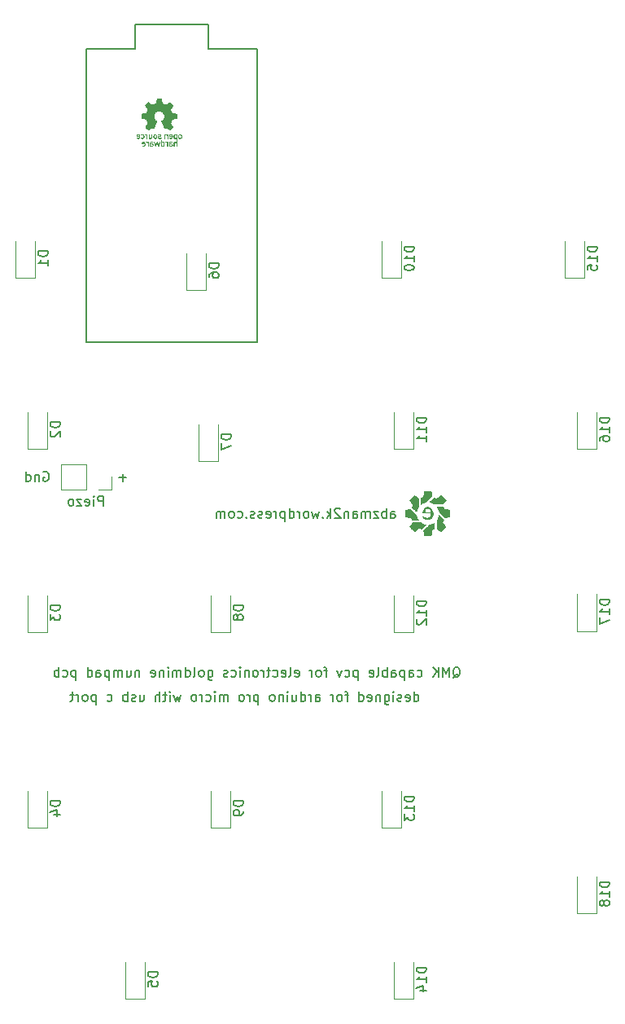
<source format=gbo>
%TF.GenerationSoftware,KiCad,Pcbnew,(6.0.0)*%
%TF.CreationDate,2022-03-13T19:29:42-04:00*%
%TF.ProjectId,numpad_pcb,6e756d70-6164-45f7-9063-622e6b696361,rev?*%
%TF.SameCoordinates,Original*%
%TF.FileFunction,Legend,Bot*%
%TF.FilePolarity,Positive*%
%FSLAX46Y46*%
G04 Gerber Fmt 4.6, Leading zero omitted, Abs format (unit mm)*
G04 Created by KiCad (PCBNEW (6.0.0)) date 2022-03-13 19:29:42*
%MOMM*%
%LPD*%
G01*
G04 APERTURE LIST*
%ADD10C,0.150000*%
%ADD11C,0.120000*%
%ADD12R,1.600000X1.600000*%
%ADD13C,1.600000*%
%ADD14C,1.700000*%
%ADD15C,3.200000*%
%ADD16R,1.100000X1.100000*%
%ADD17R,1.700000X1.700000*%
%ADD18O,1.700000X1.700000*%
G04 APERTURE END LIST*
D10*
X130055714Y-84272380D02*
X130055714Y-83272380D01*
X129674761Y-83272380D01*
X129579523Y-83320000D01*
X129531904Y-83367619D01*
X129484285Y-83462857D01*
X129484285Y-83605714D01*
X129531904Y-83700952D01*
X129579523Y-83748571D01*
X129674761Y-83796190D01*
X130055714Y-83796190D01*
X129055714Y-84272380D02*
X129055714Y-83605714D01*
X129055714Y-83272380D02*
X129103333Y-83320000D01*
X129055714Y-83367619D01*
X129008095Y-83320000D01*
X129055714Y-83272380D01*
X129055714Y-83367619D01*
X128198571Y-84224761D02*
X128293809Y-84272380D01*
X128484285Y-84272380D01*
X128579523Y-84224761D01*
X128627142Y-84129523D01*
X128627142Y-83748571D01*
X128579523Y-83653333D01*
X128484285Y-83605714D01*
X128293809Y-83605714D01*
X128198571Y-83653333D01*
X128150952Y-83748571D01*
X128150952Y-83843809D01*
X128627142Y-83939047D01*
X127817619Y-83605714D02*
X127293809Y-83605714D01*
X127817619Y-84272380D01*
X127293809Y-84272380D01*
X126770000Y-84272380D02*
X126865238Y-84224761D01*
X126912857Y-84177142D01*
X126960476Y-84081904D01*
X126960476Y-83796190D01*
X126912857Y-83700952D01*
X126865238Y-83653333D01*
X126770000Y-83605714D01*
X126627142Y-83605714D01*
X126531904Y-83653333D01*
X126484285Y-83700952D01*
X126436666Y-83796190D01*
X126436666Y-84081904D01*
X126484285Y-84177142D01*
X126531904Y-84224761D01*
X126627142Y-84272380D01*
X126770000Y-84272380D01*
X166430952Y-102147619D02*
X166526190Y-102100000D01*
X166621428Y-102004761D01*
X166764285Y-101861904D01*
X166859523Y-101814285D01*
X166954761Y-101814285D01*
X166907142Y-102052380D02*
X167002380Y-102004761D01*
X167097619Y-101909523D01*
X167145238Y-101719047D01*
X167145238Y-101385714D01*
X167097619Y-101195238D01*
X167002380Y-101100000D01*
X166907142Y-101052380D01*
X166716666Y-101052380D01*
X166621428Y-101100000D01*
X166526190Y-101195238D01*
X166478571Y-101385714D01*
X166478571Y-101719047D01*
X166526190Y-101909523D01*
X166621428Y-102004761D01*
X166716666Y-102052380D01*
X166907142Y-102052380D01*
X166050000Y-102052380D02*
X166050000Y-101052380D01*
X165716666Y-101766666D01*
X165383333Y-101052380D01*
X165383333Y-102052380D01*
X164907142Y-102052380D02*
X164907142Y-101052380D01*
X164335714Y-102052380D02*
X164764285Y-101480952D01*
X164335714Y-101052380D02*
X164907142Y-101623809D01*
X162716666Y-102004761D02*
X162811904Y-102052380D01*
X163002380Y-102052380D01*
X163097619Y-102004761D01*
X163145238Y-101957142D01*
X163192857Y-101861904D01*
X163192857Y-101576190D01*
X163145238Y-101480952D01*
X163097619Y-101433333D01*
X163002380Y-101385714D01*
X162811904Y-101385714D01*
X162716666Y-101433333D01*
X161859523Y-102052380D02*
X161859523Y-101528571D01*
X161907142Y-101433333D01*
X162002380Y-101385714D01*
X162192857Y-101385714D01*
X162288095Y-101433333D01*
X161859523Y-102004761D02*
X161954761Y-102052380D01*
X162192857Y-102052380D01*
X162288095Y-102004761D01*
X162335714Y-101909523D01*
X162335714Y-101814285D01*
X162288095Y-101719047D01*
X162192857Y-101671428D01*
X161954761Y-101671428D01*
X161859523Y-101623809D01*
X161383333Y-101385714D02*
X161383333Y-102385714D01*
X161383333Y-101433333D02*
X161288095Y-101385714D01*
X161097619Y-101385714D01*
X161002380Y-101433333D01*
X160954761Y-101480952D01*
X160907142Y-101576190D01*
X160907142Y-101861904D01*
X160954761Y-101957142D01*
X161002380Y-102004761D01*
X161097619Y-102052380D01*
X161288095Y-102052380D01*
X161383333Y-102004761D01*
X160050000Y-102052380D02*
X160050000Y-101528571D01*
X160097619Y-101433333D01*
X160192857Y-101385714D01*
X160383333Y-101385714D01*
X160478571Y-101433333D01*
X160050000Y-102004761D02*
X160145238Y-102052380D01*
X160383333Y-102052380D01*
X160478571Y-102004761D01*
X160526190Y-101909523D01*
X160526190Y-101814285D01*
X160478571Y-101719047D01*
X160383333Y-101671428D01*
X160145238Y-101671428D01*
X160050000Y-101623809D01*
X159573809Y-102052380D02*
X159573809Y-101052380D01*
X159573809Y-101433333D02*
X159478571Y-101385714D01*
X159288095Y-101385714D01*
X159192857Y-101433333D01*
X159145238Y-101480952D01*
X159097619Y-101576190D01*
X159097619Y-101861904D01*
X159145238Y-101957142D01*
X159192857Y-102004761D01*
X159288095Y-102052380D01*
X159478571Y-102052380D01*
X159573809Y-102004761D01*
X158526190Y-102052380D02*
X158621428Y-102004761D01*
X158669047Y-101909523D01*
X158669047Y-101052380D01*
X157764285Y-102004761D02*
X157859523Y-102052380D01*
X158050000Y-102052380D01*
X158145238Y-102004761D01*
X158192857Y-101909523D01*
X158192857Y-101528571D01*
X158145238Y-101433333D01*
X158050000Y-101385714D01*
X157859523Y-101385714D01*
X157764285Y-101433333D01*
X157716666Y-101528571D01*
X157716666Y-101623809D01*
X158192857Y-101719047D01*
X156526190Y-101385714D02*
X156526190Y-102385714D01*
X156526190Y-101433333D02*
X156430952Y-101385714D01*
X156240476Y-101385714D01*
X156145238Y-101433333D01*
X156097619Y-101480952D01*
X156050000Y-101576190D01*
X156050000Y-101861904D01*
X156097619Y-101957142D01*
X156145238Y-102004761D01*
X156240476Y-102052380D01*
X156430952Y-102052380D01*
X156526190Y-102004761D01*
X155192857Y-102004761D02*
X155288095Y-102052380D01*
X155478571Y-102052380D01*
X155573809Y-102004761D01*
X155621428Y-101957142D01*
X155669047Y-101861904D01*
X155669047Y-101576190D01*
X155621428Y-101480952D01*
X155573809Y-101433333D01*
X155478571Y-101385714D01*
X155288095Y-101385714D01*
X155192857Y-101433333D01*
X154859523Y-101385714D02*
X154621428Y-102052380D01*
X154383333Y-101385714D01*
X153383333Y-101385714D02*
X153002380Y-101385714D01*
X153240476Y-102052380D02*
X153240476Y-101195238D01*
X153192857Y-101100000D01*
X153097619Y-101052380D01*
X153002380Y-101052380D01*
X152526190Y-102052380D02*
X152621428Y-102004761D01*
X152669047Y-101957142D01*
X152716666Y-101861904D01*
X152716666Y-101576190D01*
X152669047Y-101480952D01*
X152621428Y-101433333D01*
X152526190Y-101385714D01*
X152383333Y-101385714D01*
X152288095Y-101433333D01*
X152240476Y-101480952D01*
X152192857Y-101576190D01*
X152192857Y-101861904D01*
X152240476Y-101957142D01*
X152288095Y-102004761D01*
X152383333Y-102052380D01*
X152526190Y-102052380D01*
X151764285Y-102052380D02*
X151764285Y-101385714D01*
X151764285Y-101576190D02*
X151716666Y-101480952D01*
X151669047Y-101433333D01*
X151573809Y-101385714D01*
X151478571Y-101385714D01*
X150002380Y-102004761D02*
X150097619Y-102052380D01*
X150288095Y-102052380D01*
X150383333Y-102004761D01*
X150430952Y-101909523D01*
X150430952Y-101528571D01*
X150383333Y-101433333D01*
X150288095Y-101385714D01*
X150097619Y-101385714D01*
X150002380Y-101433333D01*
X149954761Y-101528571D01*
X149954761Y-101623809D01*
X150430952Y-101719047D01*
X149383333Y-102052380D02*
X149478571Y-102004761D01*
X149526190Y-101909523D01*
X149526190Y-101052380D01*
X148621428Y-102004761D02*
X148716666Y-102052380D01*
X148907142Y-102052380D01*
X149002380Y-102004761D01*
X149050000Y-101909523D01*
X149050000Y-101528571D01*
X149002380Y-101433333D01*
X148907142Y-101385714D01*
X148716666Y-101385714D01*
X148621428Y-101433333D01*
X148573809Y-101528571D01*
X148573809Y-101623809D01*
X149050000Y-101719047D01*
X147716666Y-102004761D02*
X147811904Y-102052380D01*
X148002380Y-102052380D01*
X148097619Y-102004761D01*
X148145238Y-101957142D01*
X148192857Y-101861904D01*
X148192857Y-101576190D01*
X148145238Y-101480952D01*
X148097619Y-101433333D01*
X148002380Y-101385714D01*
X147811904Y-101385714D01*
X147716666Y-101433333D01*
X147430952Y-101385714D02*
X147050000Y-101385714D01*
X147288095Y-101052380D02*
X147288095Y-101909523D01*
X147240476Y-102004761D01*
X147145238Y-102052380D01*
X147050000Y-102052380D01*
X146716666Y-102052380D02*
X146716666Y-101385714D01*
X146716666Y-101576190D02*
X146669047Y-101480952D01*
X146621428Y-101433333D01*
X146526190Y-101385714D01*
X146430952Y-101385714D01*
X145954761Y-102052380D02*
X146050000Y-102004761D01*
X146097619Y-101957142D01*
X146145238Y-101861904D01*
X146145238Y-101576190D01*
X146097619Y-101480952D01*
X146050000Y-101433333D01*
X145954761Y-101385714D01*
X145811904Y-101385714D01*
X145716666Y-101433333D01*
X145669047Y-101480952D01*
X145621428Y-101576190D01*
X145621428Y-101861904D01*
X145669047Y-101957142D01*
X145716666Y-102004761D01*
X145811904Y-102052380D01*
X145954761Y-102052380D01*
X145192857Y-101385714D02*
X145192857Y-102052380D01*
X145192857Y-101480952D02*
X145145238Y-101433333D01*
X145050000Y-101385714D01*
X144907142Y-101385714D01*
X144811904Y-101433333D01*
X144764285Y-101528571D01*
X144764285Y-102052380D01*
X144288095Y-102052380D02*
X144288095Y-101385714D01*
X144288095Y-101052380D02*
X144335714Y-101100000D01*
X144288095Y-101147619D01*
X144240476Y-101100000D01*
X144288095Y-101052380D01*
X144288095Y-101147619D01*
X143383333Y-102004761D02*
X143478571Y-102052380D01*
X143669047Y-102052380D01*
X143764285Y-102004761D01*
X143811904Y-101957142D01*
X143859523Y-101861904D01*
X143859523Y-101576190D01*
X143811904Y-101480952D01*
X143764285Y-101433333D01*
X143669047Y-101385714D01*
X143478571Y-101385714D01*
X143383333Y-101433333D01*
X143002380Y-102004761D02*
X142907142Y-102052380D01*
X142716666Y-102052380D01*
X142621428Y-102004761D01*
X142573809Y-101909523D01*
X142573809Y-101861904D01*
X142621428Y-101766666D01*
X142716666Y-101719047D01*
X142859523Y-101719047D01*
X142954761Y-101671428D01*
X143002380Y-101576190D01*
X143002380Y-101528571D01*
X142954761Y-101433333D01*
X142859523Y-101385714D01*
X142716666Y-101385714D01*
X142621428Y-101433333D01*
X140954761Y-101385714D02*
X140954761Y-102195238D01*
X141002380Y-102290476D01*
X141050000Y-102338095D01*
X141145238Y-102385714D01*
X141288095Y-102385714D01*
X141383333Y-102338095D01*
X140954761Y-102004761D02*
X141050000Y-102052380D01*
X141240476Y-102052380D01*
X141335714Y-102004761D01*
X141383333Y-101957142D01*
X141430952Y-101861904D01*
X141430952Y-101576190D01*
X141383333Y-101480952D01*
X141335714Y-101433333D01*
X141240476Y-101385714D01*
X141050000Y-101385714D01*
X140954761Y-101433333D01*
X140335714Y-102052380D02*
X140430952Y-102004761D01*
X140478571Y-101957142D01*
X140526190Y-101861904D01*
X140526190Y-101576190D01*
X140478571Y-101480952D01*
X140430952Y-101433333D01*
X140335714Y-101385714D01*
X140192857Y-101385714D01*
X140097619Y-101433333D01*
X140050000Y-101480952D01*
X140002380Y-101576190D01*
X140002380Y-101861904D01*
X140050000Y-101957142D01*
X140097619Y-102004761D01*
X140192857Y-102052380D01*
X140335714Y-102052380D01*
X139430952Y-102052380D02*
X139526190Y-102004761D01*
X139573809Y-101909523D01*
X139573809Y-101052380D01*
X138621428Y-102052380D02*
X138621428Y-101052380D01*
X138621428Y-102004761D02*
X138716666Y-102052380D01*
X138907142Y-102052380D01*
X139002380Y-102004761D01*
X139050000Y-101957142D01*
X139097619Y-101861904D01*
X139097619Y-101576190D01*
X139050000Y-101480952D01*
X139002380Y-101433333D01*
X138907142Y-101385714D01*
X138716666Y-101385714D01*
X138621428Y-101433333D01*
X138145238Y-102052380D02*
X138145238Y-101385714D01*
X138145238Y-101480952D02*
X138097619Y-101433333D01*
X138002380Y-101385714D01*
X137859523Y-101385714D01*
X137764285Y-101433333D01*
X137716666Y-101528571D01*
X137716666Y-102052380D01*
X137716666Y-101528571D02*
X137669047Y-101433333D01*
X137573809Y-101385714D01*
X137430952Y-101385714D01*
X137335714Y-101433333D01*
X137288095Y-101528571D01*
X137288095Y-102052380D01*
X136811904Y-102052380D02*
X136811904Y-101385714D01*
X136811904Y-101052380D02*
X136859523Y-101100000D01*
X136811904Y-101147619D01*
X136764285Y-101100000D01*
X136811904Y-101052380D01*
X136811904Y-101147619D01*
X136335714Y-101385714D02*
X136335714Y-102052380D01*
X136335714Y-101480952D02*
X136288095Y-101433333D01*
X136192857Y-101385714D01*
X136050000Y-101385714D01*
X135954761Y-101433333D01*
X135907142Y-101528571D01*
X135907142Y-102052380D01*
X135050000Y-102004761D02*
X135145238Y-102052380D01*
X135335714Y-102052380D01*
X135430952Y-102004761D01*
X135478571Y-101909523D01*
X135478571Y-101528571D01*
X135430952Y-101433333D01*
X135335714Y-101385714D01*
X135145238Y-101385714D01*
X135050000Y-101433333D01*
X135002380Y-101528571D01*
X135002380Y-101623809D01*
X135478571Y-101719047D01*
X133811904Y-101385714D02*
X133811904Y-102052380D01*
X133811904Y-101480952D02*
X133764285Y-101433333D01*
X133669047Y-101385714D01*
X133526190Y-101385714D01*
X133430952Y-101433333D01*
X133383333Y-101528571D01*
X133383333Y-102052380D01*
X132478571Y-101385714D02*
X132478571Y-102052380D01*
X132907142Y-101385714D02*
X132907142Y-101909523D01*
X132859523Y-102004761D01*
X132764285Y-102052380D01*
X132621428Y-102052380D01*
X132526190Y-102004761D01*
X132478571Y-101957142D01*
X132002380Y-102052380D02*
X132002380Y-101385714D01*
X132002380Y-101480952D02*
X131954761Y-101433333D01*
X131859523Y-101385714D01*
X131716666Y-101385714D01*
X131621428Y-101433333D01*
X131573809Y-101528571D01*
X131573809Y-102052380D01*
X131573809Y-101528571D02*
X131526190Y-101433333D01*
X131430952Y-101385714D01*
X131288095Y-101385714D01*
X131192857Y-101433333D01*
X131145238Y-101528571D01*
X131145238Y-102052380D01*
X130669047Y-101385714D02*
X130669047Y-102385714D01*
X130669047Y-101433333D02*
X130573809Y-101385714D01*
X130383333Y-101385714D01*
X130288095Y-101433333D01*
X130240476Y-101480952D01*
X130192857Y-101576190D01*
X130192857Y-101861904D01*
X130240476Y-101957142D01*
X130288095Y-102004761D01*
X130383333Y-102052380D01*
X130573809Y-102052380D01*
X130669047Y-102004761D01*
X129335714Y-102052380D02*
X129335714Y-101528571D01*
X129383333Y-101433333D01*
X129478571Y-101385714D01*
X129669047Y-101385714D01*
X129764285Y-101433333D01*
X129335714Y-102004761D02*
X129430952Y-102052380D01*
X129669047Y-102052380D01*
X129764285Y-102004761D01*
X129811904Y-101909523D01*
X129811904Y-101814285D01*
X129764285Y-101719047D01*
X129669047Y-101671428D01*
X129430952Y-101671428D01*
X129335714Y-101623809D01*
X128430952Y-102052380D02*
X128430952Y-101052380D01*
X128430952Y-102004761D02*
X128526190Y-102052380D01*
X128716666Y-102052380D01*
X128811904Y-102004761D01*
X128859523Y-101957142D01*
X128907142Y-101861904D01*
X128907142Y-101576190D01*
X128859523Y-101480952D01*
X128811904Y-101433333D01*
X128716666Y-101385714D01*
X128526190Y-101385714D01*
X128430952Y-101433333D01*
X127192857Y-101385714D02*
X127192857Y-102385714D01*
X127192857Y-101433333D02*
X127097619Y-101385714D01*
X126907142Y-101385714D01*
X126811904Y-101433333D01*
X126764285Y-101480952D01*
X126716666Y-101576190D01*
X126716666Y-101861904D01*
X126764285Y-101957142D01*
X126811904Y-102004761D01*
X126907142Y-102052380D01*
X127097619Y-102052380D01*
X127192857Y-102004761D01*
X125859523Y-102004761D02*
X125954761Y-102052380D01*
X126145238Y-102052380D01*
X126240476Y-102004761D01*
X126288095Y-101957142D01*
X126335714Y-101861904D01*
X126335714Y-101576190D01*
X126288095Y-101480952D01*
X126240476Y-101433333D01*
X126145238Y-101385714D01*
X125954761Y-101385714D01*
X125859523Y-101433333D01*
X125430952Y-102052380D02*
X125430952Y-101052380D01*
X125430952Y-101433333D02*
X125335714Y-101385714D01*
X125145238Y-101385714D01*
X125050000Y-101433333D01*
X125002380Y-101480952D01*
X124954761Y-101576190D01*
X124954761Y-101861904D01*
X125002380Y-101957142D01*
X125050000Y-102004761D01*
X125145238Y-102052380D01*
X125335714Y-102052380D01*
X125430952Y-102004761D01*
X159987142Y-85542380D02*
X159987142Y-85018571D01*
X160034761Y-84923333D01*
X160130000Y-84875714D01*
X160320476Y-84875714D01*
X160415714Y-84923333D01*
X159987142Y-85494761D02*
X160082380Y-85542380D01*
X160320476Y-85542380D01*
X160415714Y-85494761D01*
X160463333Y-85399523D01*
X160463333Y-85304285D01*
X160415714Y-85209047D01*
X160320476Y-85161428D01*
X160082380Y-85161428D01*
X159987142Y-85113809D01*
X159510952Y-85542380D02*
X159510952Y-84542380D01*
X159510952Y-84923333D02*
X159415714Y-84875714D01*
X159225238Y-84875714D01*
X159130000Y-84923333D01*
X159082380Y-84970952D01*
X159034761Y-85066190D01*
X159034761Y-85351904D01*
X159082380Y-85447142D01*
X159130000Y-85494761D01*
X159225238Y-85542380D01*
X159415714Y-85542380D01*
X159510952Y-85494761D01*
X158701428Y-84875714D02*
X158177619Y-84875714D01*
X158701428Y-85542380D01*
X158177619Y-85542380D01*
X157796666Y-85542380D02*
X157796666Y-84875714D01*
X157796666Y-84970952D02*
X157749047Y-84923333D01*
X157653809Y-84875714D01*
X157510952Y-84875714D01*
X157415714Y-84923333D01*
X157368095Y-85018571D01*
X157368095Y-85542380D01*
X157368095Y-85018571D02*
X157320476Y-84923333D01*
X157225238Y-84875714D01*
X157082380Y-84875714D01*
X156987142Y-84923333D01*
X156939523Y-85018571D01*
X156939523Y-85542380D01*
X156034761Y-85542380D02*
X156034761Y-85018571D01*
X156082380Y-84923333D01*
X156177619Y-84875714D01*
X156368095Y-84875714D01*
X156463333Y-84923333D01*
X156034761Y-85494761D02*
X156130000Y-85542380D01*
X156368095Y-85542380D01*
X156463333Y-85494761D01*
X156510952Y-85399523D01*
X156510952Y-85304285D01*
X156463333Y-85209047D01*
X156368095Y-85161428D01*
X156130000Y-85161428D01*
X156034761Y-85113809D01*
X155558571Y-84875714D02*
X155558571Y-85542380D01*
X155558571Y-84970952D02*
X155510952Y-84923333D01*
X155415714Y-84875714D01*
X155272857Y-84875714D01*
X155177619Y-84923333D01*
X155130000Y-85018571D01*
X155130000Y-85542380D01*
X154701428Y-84637619D02*
X154653809Y-84590000D01*
X154558571Y-84542380D01*
X154320476Y-84542380D01*
X154225238Y-84590000D01*
X154177619Y-84637619D01*
X154130000Y-84732857D01*
X154130000Y-84828095D01*
X154177619Y-84970952D01*
X154749047Y-85542380D01*
X154130000Y-85542380D01*
X153701428Y-85542380D02*
X153701428Y-84542380D01*
X153606190Y-85161428D02*
X153320476Y-85542380D01*
X153320476Y-84875714D02*
X153701428Y-85256666D01*
X152891904Y-85447142D02*
X152844285Y-85494761D01*
X152891904Y-85542380D01*
X152939523Y-85494761D01*
X152891904Y-85447142D01*
X152891904Y-85542380D01*
X152510952Y-84875714D02*
X152320476Y-85542380D01*
X152130000Y-85066190D01*
X151939523Y-85542380D01*
X151749047Y-84875714D01*
X151225238Y-85542380D02*
X151320476Y-85494761D01*
X151368095Y-85447142D01*
X151415714Y-85351904D01*
X151415714Y-85066190D01*
X151368095Y-84970952D01*
X151320476Y-84923333D01*
X151225238Y-84875714D01*
X151082380Y-84875714D01*
X150987142Y-84923333D01*
X150939523Y-84970952D01*
X150891904Y-85066190D01*
X150891904Y-85351904D01*
X150939523Y-85447142D01*
X150987142Y-85494761D01*
X151082380Y-85542380D01*
X151225238Y-85542380D01*
X150463333Y-85542380D02*
X150463333Y-84875714D01*
X150463333Y-85066190D02*
X150415714Y-84970952D01*
X150368095Y-84923333D01*
X150272857Y-84875714D01*
X150177619Y-84875714D01*
X149415714Y-85542380D02*
X149415714Y-84542380D01*
X149415714Y-85494761D02*
X149510952Y-85542380D01*
X149701428Y-85542380D01*
X149796666Y-85494761D01*
X149844285Y-85447142D01*
X149891904Y-85351904D01*
X149891904Y-85066190D01*
X149844285Y-84970952D01*
X149796666Y-84923333D01*
X149701428Y-84875714D01*
X149510952Y-84875714D01*
X149415714Y-84923333D01*
X148939523Y-84875714D02*
X148939523Y-85875714D01*
X148939523Y-84923333D02*
X148844285Y-84875714D01*
X148653809Y-84875714D01*
X148558571Y-84923333D01*
X148510952Y-84970952D01*
X148463333Y-85066190D01*
X148463333Y-85351904D01*
X148510952Y-85447142D01*
X148558571Y-85494761D01*
X148653809Y-85542380D01*
X148844285Y-85542380D01*
X148939523Y-85494761D01*
X148034761Y-85542380D02*
X148034761Y-84875714D01*
X148034761Y-85066190D02*
X147987142Y-84970952D01*
X147939523Y-84923333D01*
X147844285Y-84875714D01*
X147749047Y-84875714D01*
X147034761Y-85494761D02*
X147130000Y-85542380D01*
X147320476Y-85542380D01*
X147415714Y-85494761D01*
X147463333Y-85399523D01*
X147463333Y-85018571D01*
X147415714Y-84923333D01*
X147320476Y-84875714D01*
X147130000Y-84875714D01*
X147034761Y-84923333D01*
X146987142Y-85018571D01*
X146987142Y-85113809D01*
X147463333Y-85209047D01*
X146606190Y-85494761D02*
X146510952Y-85542380D01*
X146320476Y-85542380D01*
X146225238Y-85494761D01*
X146177619Y-85399523D01*
X146177619Y-85351904D01*
X146225238Y-85256666D01*
X146320476Y-85209047D01*
X146463333Y-85209047D01*
X146558571Y-85161428D01*
X146606190Y-85066190D01*
X146606190Y-85018571D01*
X146558571Y-84923333D01*
X146463333Y-84875714D01*
X146320476Y-84875714D01*
X146225238Y-84923333D01*
X145796666Y-85494761D02*
X145701428Y-85542380D01*
X145510952Y-85542380D01*
X145415714Y-85494761D01*
X145368095Y-85399523D01*
X145368095Y-85351904D01*
X145415714Y-85256666D01*
X145510952Y-85209047D01*
X145653809Y-85209047D01*
X145749047Y-85161428D01*
X145796666Y-85066190D01*
X145796666Y-85018571D01*
X145749047Y-84923333D01*
X145653809Y-84875714D01*
X145510952Y-84875714D01*
X145415714Y-84923333D01*
X144939523Y-85447142D02*
X144891904Y-85494761D01*
X144939523Y-85542380D01*
X144987142Y-85494761D01*
X144939523Y-85447142D01*
X144939523Y-85542380D01*
X144034761Y-85494761D02*
X144130000Y-85542380D01*
X144320476Y-85542380D01*
X144415714Y-85494761D01*
X144463333Y-85447142D01*
X144510952Y-85351904D01*
X144510952Y-85066190D01*
X144463333Y-84970952D01*
X144415714Y-84923333D01*
X144320476Y-84875714D01*
X144130000Y-84875714D01*
X144034761Y-84923333D01*
X143463333Y-85542380D02*
X143558571Y-85494761D01*
X143606190Y-85447142D01*
X143653809Y-85351904D01*
X143653809Y-85066190D01*
X143606190Y-84970952D01*
X143558571Y-84923333D01*
X143463333Y-84875714D01*
X143320476Y-84875714D01*
X143225238Y-84923333D01*
X143177619Y-84970952D01*
X143130000Y-85066190D01*
X143130000Y-85351904D01*
X143177619Y-85447142D01*
X143225238Y-85494761D01*
X143320476Y-85542380D01*
X143463333Y-85542380D01*
X142701428Y-85542380D02*
X142701428Y-84875714D01*
X142701428Y-84970952D02*
X142653809Y-84923333D01*
X142558571Y-84875714D01*
X142415714Y-84875714D01*
X142320476Y-84923333D01*
X142272857Y-85018571D01*
X142272857Y-85542380D01*
X142272857Y-85018571D02*
X142225238Y-84923333D01*
X142130000Y-84875714D01*
X141987142Y-84875714D01*
X141891904Y-84923333D01*
X141844285Y-85018571D01*
X141844285Y-85542380D01*
X123832857Y-80780000D02*
X123928095Y-80732380D01*
X124070952Y-80732380D01*
X124213809Y-80780000D01*
X124309047Y-80875238D01*
X124356666Y-80970476D01*
X124404285Y-81160952D01*
X124404285Y-81303809D01*
X124356666Y-81494285D01*
X124309047Y-81589523D01*
X124213809Y-81684761D01*
X124070952Y-81732380D01*
X123975714Y-81732380D01*
X123832857Y-81684761D01*
X123785238Y-81637142D01*
X123785238Y-81303809D01*
X123975714Y-81303809D01*
X123356666Y-81065714D02*
X123356666Y-81732380D01*
X123356666Y-81160952D02*
X123309047Y-81113333D01*
X123213809Y-81065714D01*
X123070952Y-81065714D01*
X122975714Y-81113333D01*
X122928095Y-81208571D01*
X122928095Y-81732380D01*
X122023333Y-81732380D02*
X122023333Y-80732380D01*
X122023333Y-81684761D02*
X122118571Y-81732380D01*
X122309047Y-81732380D01*
X122404285Y-81684761D01*
X122451904Y-81637142D01*
X122499523Y-81541904D01*
X122499523Y-81256190D01*
X122451904Y-81160952D01*
X122404285Y-81113333D01*
X122309047Y-81065714D01*
X122118571Y-81065714D01*
X122023333Y-81113333D01*
X162375238Y-104592380D02*
X162375238Y-103592380D01*
X162375238Y-104544761D02*
X162470476Y-104592380D01*
X162660952Y-104592380D01*
X162756190Y-104544761D01*
X162803809Y-104497142D01*
X162851428Y-104401904D01*
X162851428Y-104116190D01*
X162803809Y-104020952D01*
X162756190Y-103973333D01*
X162660952Y-103925714D01*
X162470476Y-103925714D01*
X162375238Y-103973333D01*
X161518095Y-104544761D02*
X161613333Y-104592380D01*
X161803809Y-104592380D01*
X161899047Y-104544761D01*
X161946666Y-104449523D01*
X161946666Y-104068571D01*
X161899047Y-103973333D01*
X161803809Y-103925714D01*
X161613333Y-103925714D01*
X161518095Y-103973333D01*
X161470476Y-104068571D01*
X161470476Y-104163809D01*
X161946666Y-104259047D01*
X161089523Y-104544761D02*
X160994285Y-104592380D01*
X160803809Y-104592380D01*
X160708571Y-104544761D01*
X160660952Y-104449523D01*
X160660952Y-104401904D01*
X160708571Y-104306666D01*
X160803809Y-104259047D01*
X160946666Y-104259047D01*
X161041904Y-104211428D01*
X161089523Y-104116190D01*
X161089523Y-104068571D01*
X161041904Y-103973333D01*
X160946666Y-103925714D01*
X160803809Y-103925714D01*
X160708571Y-103973333D01*
X160232380Y-104592380D02*
X160232380Y-103925714D01*
X160232380Y-103592380D02*
X160280000Y-103640000D01*
X160232380Y-103687619D01*
X160184761Y-103640000D01*
X160232380Y-103592380D01*
X160232380Y-103687619D01*
X159327619Y-103925714D02*
X159327619Y-104735238D01*
X159375238Y-104830476D01*
X159422857Y-104878095D01*
X159518095Y-104925714D01*
X159660952Y-104925714D01*
X159756190Y-104878095D01*
X159327619Y-104544761D02*
X159422857Y-104592380D01*
X159613333Y-104592380D01*
X159708571Y-104544761D01*
X159756190Y-104497142D01*
X159803809Y-104401904D01*
X159803809Y-104116190D01*
X159756190Y-104020952D01*
X159708571Y-103973333D01*
X159613333Y-103925714D01*
X159422857Y-103925714D01*
X159327619Y-103973333D01*
X158851428Y-103925714D02*
X158851428Y-104592380D01*
X158851428Y-104020952D02*
X158803809Y-103973333D01*
X158708571Y-103925714D01*
X158565714Y-103925714D01*
X158470476Y-103973333D01*
X158422857Y-104068571D01*
X158422857Y-104592380D01*
X157565714Y-104544761D02*
X157660952Y-104592380D01*
X157851428Y-104592380D01*
X157946666Y-104544761D01*
X157994285Y-104449523D01*
X157994285Y-104068571D01*
X157946666Y-103973333D01*
X157851428Y-103925714D01*
X157660952Y-103925714D01*
X157565714Y-103973333D01*
X157518095Y-104068571D01*
X157518095Y-104163809D01*
X157994285Y-104259047D01*
X156660952Y-104592380D02*
X156660952Y-103592380D01*
X156660952Y-104544761D02*
X156756190Y-104592380D01*
X156946666Y-104592380D01*
X157041904Y-104544761D01*
X157089523Y-104497142D01*
X157137142Y-104401904D01*
X157137142Y-104116190D01*
X157089523Y-104020952D01*
X157041904Y-103973333D01*
X156946666Y-103925714D01*
X156756190Y-103925714D01*
X156660952Y-103973333D01*
X155565714Y-103925714D02*
X155184761Y-103925714D01*
X155422857Y-104592380D02*
X155422857Y-103735238D01*
X155375238Y-103640000D01*
X155280000Y-103592380D01*
X155184761Y-103592380D01*
X154708571Y-104592380D02*
X154803809Y-104544761D01*
X154851428Y-104497142D01*
X154899047Y-104401904D01*
X154899047Y-104116190D01*
X154851428Y-104020952D01*
X154803809Y-103973333D01*
X154708571Y-103925714D01*
X154565714Y-103925714D01*
X154470476Y-103973333D01*
X154422857Y-104020952D01*
X154375238Y-104116190D01*
X154375238Y-104401904D01*
X154422857Y-104497142D01*
X154470476Y-104544761D01*
X154565714Y-104592380D01*
X154708571Y-104592380D01*
X153946666Y-104592380D02*
X153946666Y-103925714D01*
X153946666Y-104116190D02*
X153899047Y-104020952D01*
X153851428Y-103973333D01*
X153756190Y-103925714D01*
X153660952Y-103925714D01*
X152137142Y-104592380D02*
X152137142Y-104068571D01*
X152184761Y-103973333D01*
X152280000Y-103925714D01*
X152470476Y-103925714D01*
X152565714Y-103973333D01*
X152137142Y-104544761D02*
X152232380Y-104592380D01*
X152470476Y-104592380D01*
X152565714Y-104544761D01*
X152613333Y-104449523D01*
X152613333Y-104354285D01*
X152565714Y-104259047D01*
X152470476Y-104211428D01*
X152232380Y-104211428D01*
X152137142Y-104163809D01*
X151660952Y-104592380D02*
X151660952Y-103925714D01*
X151660952Y-104116190D02*
X151613333Y-104020952D01*
X151565714Y-103973333D01*
X151470476Y-103925714D01*
X151375238Y-103925714D01*
X150613333Y-104592380D02*
X150613333Y-103592380D01*
X150613333Y-104544761D02*
X150708571Y-104592380D01*
X150899047Y-104592380D01*
X150994285Y-104544761D01*
X151041904Y-104497142D01*
X151089523Y-104401904D01*
X151089523Y-104116190D01*
X151041904Y-104020952D01*
X150994285Y-103973333D01*
X150899047Y-103925714D01*
X150708571Y-103925714D01*
X150613333Y-103973333D01*
X149708571Y-103925714D02*
X149708571Y-104592380D01*
X150137142Y-103925714D02*
X150137142Y-104449523D01*
X150089523Y-104544761D01*
X149994285Y-104592380D01*
X149851428Y-104592380D01*
X149756190Y-104544761D01*
X149708571Y-104497142D01*
X149232380Y-104592380D02*
X149232380Y-103925714D01*
X149232380Y-103592380D02*
X149280000Y-103640000D01*
X149232380Y-103687619D01*
X149184761Y-103640000D01*
X149232380Y-103592380D01*
X149232380Y-103687619D01*
X148756190Y-103925714D02*
X148756190Y-104592380D01*
X148756190Y-104020952D02*
X148708571Y-103973333D01*
X148613333Y-103925714D01*
X148470476Y-103925714D01*
X148375238Y-103973333D01*
X148327619Y-104068571D01*
X148327619Y-104592380D01*
X147708571Y-104592380D02*
X147803809Y-104544761D01*
X147851428Y-104497142D01*
X147899047Y-104401904D01*
X147899047Y-104116190D01*
X147851428Y-104020952D01*
X147803809Y-103973333D01*
X147708571Y-103925714D01*
X147565714Y-103925714D01*
X147470476Y-103973333D01*
X147422857Y-104020952D01*
X147375238Y-104116190D01*
X147375238Y-104401904D01*
X147422857Y-104497142D01*
X147470476Y-104544761D01*
X147565714Y-104592380D01*
X147708571Y-104592380D01*
X146184761Y-103925714D02*
X146184761Y-104925714D01*
X146184761Y-103973333D02*
X146089523Y-103925714D01*
X145899047Y-103925714D01*
X145803809Y-103973333D01*
X145756190Y-104020952D01*
X145708571Y-104116190D01*
X145708571Y-104401904D01*
X145756190Y-104497142D01*
X145803809Y-104544761D01*
X145899047Y-104592380D01*
X146089523Y-104592380D01*
X146184761Y-104544761D01*
X145280000Y-104592380D02*
X145280000Y-103925714D01*
X145280000Y-104116190D02*
X145232380Y-104020952D01*
X145184761Y-103973333D01*
X145089523Y-103925714D01*
X144994285Y-103925714D01*
X144518095Y-104592380D02*
X144613333Y-104544761D01*
X144660952Y-104497142D01*
X144708571Y-104401904D01*
X144708571Y-104116190D01*
X144660952Y-104020952D01*
X144613333Y-103973333D01*
X144518095Y-103925714D01*
X144375238Y-103925714D01*
X144280000Y-103973333D01*
X144232380Y-104020952D01*
X144184761Y-104116190D01*
X144184761Y-104401904D01*
X144232380Y-104497142D01*
X144280000Y-104544761D01*
X144375238Y-104592380D01*
X144518095Y-104592380D01*
X142994285Y-104592380D02*
X142994285Y-103925714D01*
X142994285Y-104020952D02*
X142946666Y-103973333D01*
X142851428Y-103925714D01*
X142708571Y-103925714D01*
X142613333Y-103973333D01*
X142565714Y-104068571D01*
X142565714Y-104592380D01*
X142565714Y-104068571D02*
X142518095Y-103973333D01*
X142422857Y-103925714D01*
X142280000Y-103925714D01*
X142184761Y-103973333D01*
X142137142Y-104068571D01*
X142137142Y-104592380D01*
X141660952Y-104592380D02*
X141660952Y-103925714D01*
X141660952Y-103592380D02*
X141708571Y-103640000D01*
X141660952Y-103687619D01*
X141613333Y-103640000D01*
X141660952Y-103592380D01*
X141660952Y-103687619D01*
X140756190Y-104544761D02*
X140851428Y-104592380D01*
X141041904Y-104592380D01*
X141137142Y-104544761D01*
X141184761Y-104497142D01*
X141232380Y-104401904D01*
X141232380Y-104116190D01*
X141184761Y-104020952D01*
X141137142Y-103973333D01*
X141041904Y-103925714D01*
X140851428Y-103925714D01*
X140756190Y-103973333D01*
X140327619Y-104592380D02*
X140327619Y-103925714D01*
X140327619Y-104116190D02*
X140280000Y-104020952D01*
X140232380Y-103973333D01*
X140137142Y-103925714D01*
X140041904Y-103925714D01*
X139565714Y-104592380D02*
X139660952Y-104544761D01*
X139708571Y-104497142D01*
X139756190Y-104401904D01*
X139756190Y-104116190D01*
X139708571Y-104020952D01*
X139660952Y-103973333D01*
X139565714Y-103925714D01*
X139422857Y-103925714D01*
X139327619Y-103973333D01*
X139280000Y-104020952D01*
X139232380Y-104116190D01*
X139232380Y-104401904D01*
X139280000Y-104497142D01*
X139327619Y-104544761D01*
X139422857Y-104592380D01*
X139565714Y-104592380D01*
X138137142Y-103925714D02*
X137946666Y-104592380D01*
X137756190Y-104116190D01*
X137565714Y-104592380D01*
X137375238Y-103925714D01*
X136994285Y-104592380D02*
X136994285Y-103925714D01*
X136994285Y-103592380D02*
X137041904Y-103640000D01*
X136994285Y-103687619D01*
X136946666Y-103640000D01*
X136994285Y-103592380D01*
X136994285Y-103687619D01*
X136660952Y-103925714D02*
X136280000Y-103925714D01*
X136518095Y-103592380D02*
X136518095Y-104449523D01*
X136470476Y-104544761D01*
X136375238Y-104592380D01*
X136280000Y-104592380D01*
X135946666Y-104592380D02*
X135946666Y-103592380D01*
X135518095Y-104592380D02*
X135518095Y-104068571D01*
X135565714Y-103973333D01*
X135660952Y-103925714D01*
X135803809Y-103925714D01*
X135899047Y-103973333D01*
X135946666Y-104020952D01*
X133851428Y-103925714D02*
X133851428Y-104592380D01*
X134280000Y-103925714D02*
X134280000Y-104449523D01*
X134232380Y-104544761D01*
X134137142Y-104592380D01*
X133994285Y-104592380D01*
X133899047Y-104544761D01*
X133851428Y-104497142D01*
X133422857Y-104544761D02*
X133327619Y-104592380D01*
X133137142Y-104592380D01*
X133041904Y-104544761D01*
X132994285Y-104449523D01*
X132994285Y-104401904D01*
X133041904Y-104306666D01*
X133137142Y-104259047D01*
X133280000Y-104259047D01*
X133375238Y-104211428D01*
X133422857Y-104116190D01*
X133422857Y-104068571D01*
X133375238Y-103973333D01*
X133280000Y-103925714D01*
X133137142Y-103925714D01*
X133041904Y-103973333D01*
X132565714Y-104592380D02*
X132565714Y-103592380D01*
X132565714Y-103973333D02*
X132470476Y-103925714D01*
X132280000Y-103925714D01*
X132184761Y-103973333D01*
X132137142Y-104020952D01*
X132089523Y-104116190D01*
X132089523Y-104401904D01*
X132137142Y-104497142D01*
X132184761Y-104544761D01*
X132280000Y-104592380D01*
X132470476Y-104592380D01*
X132565714Y-104544761D01*
X130470476Y-104544761D02*
X130565714Y-104592380D01*
X130756190Y-104592380D01*
X130851428Y-104544761D01*
X130899047Y-104497142D01*
X130946666Y-104401904D01*
X130946666Y-104116190D01*
X130899047Y-104020952D01*
X130851428Y-103973333D01*
X130756190Y-103925714D01*
X130565714Y-103925714D01*
X130470476Y-103973333D01*
X129280000Y-103925714D02*
X129280000Y-104925714D01*
X129280000Y-103973333D02*
X129184761Y-103925714D01*
X128994285Y-103925714D01*
X128899047Y-103973333D01*
X128851428Y-104020952D01*
X128803809Y-104116190D01*
X128803809Y-104401904D01*
X128851428Y-104497142D01*
X128899047Y-104544761D01*
X128994285Y-104592380D01*
X129184761Y-104592380D01*
X129280000Y-104544761D01*
X128232380Y-104592380D02*
X128327619Y-104544761D01*
X128375238Y-104497142D01*
X128422857Y-104401904D01*
X128422857Y-104116190D01*
X128375238Y-104020952D01*
X128327619Y-103973333D01*
X128232380Y-103925714D01*
X128089523Y-103925714D01*
X127994285Y-103973333D01*
X127946666Y-104020952D01*
X127899047Y-104116190D01*
X127899047Y-104401904D01*
X127946666Y-104497142D01*
X127994285Y-104544761D01*
X128089523Y-104592380D01*
X128232380Y-104592380D01*
X127470476Y-104592380D02*
X127470476Y-103925714D01*
X127470476Y-104116190D02*
X127422857Y-104020952D01*
X127375238Y-103973333D01*
X127280000Y-103925714D01*
X127184761Y-103925714D01*
X126994285Y-103925714D02*
X126613333Y-103925714D01*
X126851428Y-103592380D02*
X126851428Y-104449523D01*
X126803809Y-104544761D01*
X126708571Y-104592380D01*
X126613333Y-104592380D01*
X132460952Y-81351428D02*
X131699047Y-81351428D01*
X132080000Y-81732380D02*
X132080000Y-80970476D01*
%TO.C,D3*%
X125547380Y-94638904D02*
X124547380Y-94638904D01*
X124547380Y-94877000D01*
X124595000Y-95019857D01*
X124690238Y-95115095D01*
X124785476Y-95162714D01*
X124975952Y-95210333D01*
X125118809Y-95210333D01*
X125309285Y-95162714D01*
X125404523Y-95115095D01*
X125499761Y-95019857D01*
X125547380Y-94877000D01*
X125547380Y-94638904D01*
X124547380Y-95543666D02*
X124547380Y-96162714D01*
X124928333Y-95829380D01*
X124928333Y-95972238D01*
X124975952Y-96067476D01*
X125023571Y-96115095D01*
X125118809Y-96162714D01*
X125356904Y-96162714D01*
X125452142Y-96115095D01*
X125499761Y-96067476D01*
X125547380Y-95972238D01*
X125547380Y-95686523D01*
X125499761Y-95591285D01*
X125452142Y-95543666D01*
%TO.C,D11*%
X163647380Y-75112714D02*
X162647380Y-75112714D01*
X162647380Y-75350809D01*
X162695000Y-75493666D01*
X162790238Y-75588904D01*
X162885476Y-75636523D01*
X163075952Y-75684142D01*
X163218809Y-75684142D01*
X163409285Y-75636523D01*
X163504523Y-75588904D01*
X163599761Y-75493666D01*
X163647380Y-75350809D01*
X163647380Y-75112714D01*
X163647380Y-76636523D02*
X163647380Y-76065095D01*
X163647380Y-76350809D02*
X162647380Y-76350809D01*
X162790238Y-76255571D01*
X162885476Y-76160333D01*
X162933095Y-76065095D01*
X163647380Y-77588904D02*
X163647380Y-77017476D01*
X163647380Y-77303190D02*
X162647380Y-77303190D01*
X162790238Y-77207952D01*
X162885476Y-77112714D01*
X162933095Y-77017476D01*
%TO.C,D16*%
X182697380Y-75112714D02*
X181697380Y-75112714D01*
X181697380Y-75350809D01*
X181745000Y-75493666D01*
X181840238Y-75588904D01*
X181935476Y-75636523D01*
X182125952Y-75684142D01*
X182268809Y-75684142D01*
X182459285Y-75636523D01*
X182554523Y-75588904D01*
X182649761Y-75493666D01*
X182697380Y-75350809D01*
X182697380Y-75112714D01*
X182697380Y-76636523D02*
X182697380Y-76065095D01*
X182697380Y-76350809D02*
X181697380Y-76350809D01*
X181840238Y-76255571D01*
X181935476Y-76160333D01*
X181983095Y-76065095D01*
X181697380Y-77493666D02*
X181697380Y-77303190D01*
X181745000Y-77207952D01*
X181792619Y-77160333D01*
X181935476Y-77065095D01*
X182125952Y-77017476D01*
X182506904Y-77017476D01*
X182602142Y-77065095D01*
X182649761Y-77112714D01*
X182697380Y-77207952D01*
X182697380Y-77398428D01*
X182649761Y-77493666D01*
X182602142Y-77541285D01*
X182506904Y-77588904D01*
X182268809Y-77588904D01*
X182173571Y-77541285D01*
X182125952Y-77493666D01*
X182078333Y-77398428D01*
X182078333Y-77207952D01*
X182125952Y-77112714D01*
X182173571Y-77065095D01*
X182268809Y-77017476D01*
%TO.C,D1*%
X124277380Y-57808904D02*
X123277380Y-57808904D01*
X123277380Y-58047000D01*
X123325000Y-58189857D01*
X123420238Y-58285095D01*
X123515476Y-58332714D01*
X123705952Y-58380333D01*
X123848809Y-58380333D01*
X124039285Y-58332714D01*
X124134523Y-58285095D01*
X124229761Y-58189857D01*
X124277380Y-58047000D01*
X124277380Y-57808904D01*
X124277380Y-59332714D02*
X124277380Y-58761285D01*
X124277380Y-59047000D02*
X123277380Y-59047000D01*
X123420238Y-58951761D01*
X123515476Y-58856523D01*
X123563095Y-58761285D01*
%TO.C,D18*%
X182697380Y-123372714D02*
X181697380Y-123372714D01*
X181697380Y-123610809D01*
X181745000Y-123753666D01*
X181840238Y-123848904D01*
X181935476Y-123896523D01*
X182125952Y-123944142D01*
X182268809Y-123944142D01*
X182459285Y-123896523D01*
X182554523Y-123848904D01*
X182649761Y-123753666D01*
X182697380Y-123610809D01*
X182697380Y-123372714D01*
X182697380Y-124896523D02*
X182697380Y-124325095D01*
X182697380Y-124610809D02*
X181697380Y-124610809D01*
X181840238Y-124515571D01*
X181935476Y-124420333D01*
X181983095Y-124325095D01*
X182125952Y-125467952D02*
X182078333Y-125372714D01*
X182030714Y-125325095D01*
X181935476Y-125277476D01*
X181887857Y-125277476D01*
X181792619Y-125325095D01*
X181745000Y-125372714D01*
X181697380Y-125467952D01*
X181697380Y-125658428D01*
X181745000Y-125753666D01*
X181792619Y-125801285D01*
X181887857Y-125848904D01*
X181935476Y-125848904D01*
X182030714Y-125801285D01*
X182078333Y-125753666D01*
X182125952Y-125658428D01*
X182125952Y-125467952D01*
X182173571Y-125372714D01*
X182221190Y-125325095D01*
X182316428Y-125277476D01*
X182506904Y-125277476D01*
X182602142Y-125325095D01*
X182649761Y-125372714D01*
X182697380Y-125467952D01*
X182697380Y-125658428D01*
X182649761Y-125753666D01*
X182602142Y-125801285D01*
X182506904Y-125848904D01*
X182316428Y-125848904D01*
X182221190Y-125801285D01*
X182173571Y-125753666D01*
X182125952Y-125658428D01*
%TO.C,D13*%
X162377380Y-114482714D02*
X161377380Y-114482714D01*
X161377380Y-114720809D01*
X161425000Y-114863666D01*
X161520238Y-114958904D01*
X161615476Y-115006523D01*
X161805952Y-115054142D01*
X161948809Y-115054142D01*
X162139285Y-115006523D01*
X162234523Y-114958904D01*
X162329761Y-114863666D01*
X162377380Y-114720809D01*
X162377380Y-114482714D01*
X162377380Y-116006523D02*
X162377380Y-115435095D01*
X162377380Y-115720809D02*
X161377380Y-115720809D01*
X161520238Y-115625571D01*
X161615476Y-115530333D01*
X161663095Y-115435095D01*
X161377380Y-116339857D02*
X161377380Y-116958904D01*
X161758333Y-116625571D01*
X161758333Y-116768428D01*
X161805952Y-116863666D01*
X161853571Y-116911285D01*
X161948809Y-116958904D01*
X162186904Y-116958904D01*
X162282142Y-116911285D01*
X162329761Y-116863666D01*
X162377380Y-116768428D01*
X162377380Y-116482714D01*
X162329761Y-116387476D01*
X162282142Y-116339857D01*
%TO.C,D4*%
X125547380Y-114958904D02*
X124547380Y-114958904D01*
X124547380Y-115197000D01*
X124595000Y-115339857D01*
X124690238Y-115435095D01*
X124785476Y-115482714D01*
X124975952Y-115530333D01*
X125118809Y-115530333D01*
X125309285Y-115482714D01*
X125404523Y-115435095D01*
X125499761Y-115339857D01*
X125547380Y-115197000D01*
X125547380Y-114958904D01*
X124880714Y-116387476D02*
X125547380Y-116387476D01*
X124499761Y-116149380D02*
X125214047Y-115911285D01*
X125214047Y-116530333D01*
%TO.C,D14*%
X163647380Y-132262714D02*
X162647380Y-132262714D01*
X162647380Y-132500809D01*
X162695000Y-132643666D01*
X162790238Y-132738904D01*
X162885476Y-132786523D01*
X163075952Y-132834142D01*
X163218809Y-132834142D01*
X163409285Y-132786523D01*
X163504523Y-132738904D01*
X163599761Y-132643666D01*
X163647380Y-132500809D01*
X163647380Y-132262714D01*
X163647380Y-133786523D02*
X163647380Y-133215095D01*
X163647380Y-133500809D02*
X162647380Y-133500809D01*
X162790238Y-133405571D01*
X162885476Y-133310333D01*
X162933095Y-133215095D01*
X162980714Y-134643666D02*
X163647380Y-134643666D01*
X162599761Y-134405571D02*
X163314047Y-134167476D01*
X163314047Y-134786523D01*
%TO.C,D10*%
X162377380Y-57332714D02*
X161377380Y-57332714D01*
X161377380Y-57570809D01*
X161425000Y-57713666D01*
X161520238Y-57808904D01*
X161615476Y-57856523D01*
X161805952Y-57904142D01*
X161948809Y-57904142D01*
X162139285Y-57856523D01*
X162234523Y-57808904D01*
X162329761Y-57713666D01*
X162377380Y-57570809D01*
X162377380Y-57332714D01*
X162377380Y-58856523D02*
X162377380Y-58285095D01*
X162377380Y-58570809D02*
X161377380Y-58570809D01*
X161520238Y-58475571D01*
X161615476Y-58380333D01*
X161663095Y-58285095D01*
X161377380Y-59475571D02*
X161377380Y-59570809D01*
X161425000Y-59666047D01*
X161472619Y-59713666D01*
X161567857Y-59761285D01*
X161758333Y-59808904D01*
X161996428Y-59808904D01*
X162186904Y-59761285D01*
X162282142Y-59713666D01*
X162329761Y-59666047D01*
X162377380Y-59570809D01*
X162377380Y-59475571D01*
X162329761Y-59380333D01*
X162282142Y-59332714D01*
X162186904Y-59285095D01*
X161996428Y-59237476D01*
X161758333Y-59237476D01*
X161567857Y-59285095D01*
X161472619Y-59332714D01*
X161425000Y-59380333D01*
X161377380Y-59475571D01*
%TO.C,D5*%
X135707380Y-132738904D02*
X134707380Y-132738904D01*
X134707380Y-132977000D01*
X134755000Y-133119857D01*
X134850238Y-133215095D01*
X134945476Y-133262714D01*
X135135952Y-133310333D01*
X135278809Y-133310333D01*
X135469285Y-133262714D01*
X135564523Y-133215095D01*
X135659761Y-133119857D01*
X135707380Y-132977000D01*
X135707380Y-132738904D01*
X134707380Y-134215095D02*
X134707380Y-133738904D01*
X135183571Y-133691285D01*
X135135952Y-133738904D01*
X135088333Y-133834142D01*
X135088333Y-134072238D01*
X135135952Y-134167476D01*
X135183571Y-134215095D01*
X135278809Y-134262714D01*
X135516904Y-134262714D01*
X135612142Y-134215095D01*
X135659761Y-134167476D01*
X135707380Y-134072238D01*
X135707380Y-133834142D01*
X135659761Y-133738904D01*
X135612142Y-133691285D01*
%TO.C,D6*%
X142057380Y-59078904D02*
X141057380Y-59078904D01*
X141057380Y-59317000D01*
X141105000Y-59459857D01*
X141200238Y-59555095D01*
X141295476Y-59602714D01*
X141485952Y-59650333D01*
X141628809Y-59650333D01*
X141819285Y-59602714D01*
X141914523Y-59555095D01*
X142009761Y-59459857D01*
X142057380Y-59317000D01*
X142057380Y-59078904D01*
X141057380Y-60507476D02*
X141057380Y-60317000D01*
X141105000Y-60221761D01*
X141152619Y-60174142D01*
X141295476Y-60078904D01*
X141485952Y-60031285D01*
X141866904Y-60031285D01*
X141962142Y-60078904D01*
X142009761Y-60126523D01*
X142057380Y-60221761D01*
X142057380Y-60412238D01*
X142009761Y-60507476D01*
X141962142Y-60555095D01*
X141866904Y-60602714D01*
X141628809Y-60602714D01*
X141533571Y-60555095D01*
X141485952Y-60507476D01*
X141438333Y-60412238D01*
X141438333Y-60221761D01*
X141485952Y-60126523D01*
X141533571Y-60078904D01*
X141628809Y-60031285D01*
%TO.C,D15*%
X181427380Y-57332714D02*
X180427380Y-57332714D01*
X180427380Y-57570809D01*
X180475000Y-57713666D01*
X180570238Y-57808904D01*
X180665476Y-57856523D01*
X180855952Y-57904142D01*
X180998809Y-57904142D01*
X181189285Y-57856523D01*
X181284523Y-57808904D01*
X181379761Y-57713666D01*
X181427380Y-57570809D01*
X181427380Y-57332714D01*
X181427380Y-58856523D02*
X181427380Y-58285095D01*
X181427380Y-58570809D02*
X180427380Y-58570809D01*
X180570238Y-58475571D01*
X180665476Y-58380333D01*
X180713095Y-58285095D01*
X180427380Y-59761285D02*
X180427380Y-59285095D01*
X180903571Y-59237476D01*
X180855952Y-59285095D01*
X180808333Y-59380333D01*
X180808333Y-59618428D01*
X180855952Y-59713666D01*
X180903571Y-59761285D01*
X180998809Y-59808904D01*
X181236904Y-59808904D01*
X181332142Y-59761285D01*
X181379761Y-59713666D01*
X181427380Y-59618428D01*
X181427380Y-59380333D01*
X181379761Y-59285095D01*
X181332142Y-59237476D01*
%TO.C,D12*%
X163647380Y-94162714D02*
X162647380Y-94162714D01*
X162647380Y-94400809D01*
X162695000Y-94543666D01*
X162790238Y-94638904D01*
X162885476Y-94686523D01*
X163075952Y-94734142D01*
X163218809Y-94734142D01*
X163409285Y-94686523D01*
X163504523Y-94638904D01*
X163599761Y-94543666D01*
X163647380Y-94400809D01*
X163647380Y-94162714D01*
X163647380Y-95686523D02*
X163647380Y-95115095D01*
X163647380Y-95400809D02*
X162647380Y-95400809D01*
X162790238Y-95305571D01*
X162885476Y-95210333D01*
X162933095Y-95115095D01*
X162742619Y-96067476D02*
X162695000Y-96115095D01*
X162647380Y-96210333D01*
X162647380Y-96448428D01*
X162695000Y-96543666D01*
X162742619Y-96591285D01*
X162837857Y-96638904D01*
X162933095Y-96638904D01*
X163075952Y-96591285D01*
X163647380Y-96019857D01*
X163647380Y-96638904D01*
%TO.C,D2*%
X125547380Y-75588904D02*
X124547380Y-75588904D01*
X124547380Y-75827000D01*
X124595000Y-75969857D01*
X124690238Y-76065095D01*
X124785476Y-76112714D01*
X124975952Y-76160333D01*
X125118809Y-76160333D01*
X125309285Y-76112714D01*
X125404523Y-76065095D01*
X125499761Y-75969857D01*
X125547380Y-75827000D01*
X125547380Y-75588904D01*
X124642619Y-76541285D02*
X124595000Y-76588904D01*
X124547380Y-76684142D01*
X124547380Y-76922238D01*
X124595000Y-77017476D01*
X124642619Y-77065095D01*
X124737857Y-77112714D01*
X124833095Y-77112714D01*
X124975952Y-77065095D01*
X125547380Y-76493666D01*
X125547380Y-77112714D01*
%TO.C,D8*%
X144597380Y-94638904D02*
X143597380Y-94638904D01*
X143597380Y-94877000D01*
X143645000Y-95019857D01*
X143740238Y-95115095D01*
X143835476Y-95162714D01*
X144025952Y-95210333D01*
X144168809Y-95210333D01*
X144359285Y-95162714D01*
X144454523Y-95115095D01*
X144549761Y-95019857D01*
X144597380Y-94877000D01*
X144597380Y-94638904D01*
X144025952Y-95781761D02*
X143978333Y-95686523D01*
X143930714Y-95638904D01*
X143835476Y-95591285D01*
X143787857Y-95591285D01*
X143692619Y-95638904D01*
X143645000Y-95686523D01*
X143597380Y-95781761D01*
X143597380Y-95972238D01*
X143645000Y-96067476D01*
X143692619Y-96115095D01*
X143787857Y-96162714D01*
X143835476Y-96162714D01*
X143930714Y-96115095D01*
X143978333Y-96067476D01*
X144025952Y-95972238D01*
X144025952Y-95781761D01*
X144073571Y-95686523D01*
X144121190Y-95638904D01*
X144216428Y-95591285D01*
X144406904Y-95591285D01*
X144502142Y-95638904D01*
X144549761Y-95686523D01*
X144597380Y-95781761D01*
X144597380Y-95972238D01*
X144549761Y-96067476D01*
X144502142Y-96115095D01*
X144406904Y-96162714D01*
X144216428Y-96162714D01*
X144121190Y-96115095D01*
X144073571Y-96067476D01*
X144025952Y-95972238D01*
%TO.C,D7*%
X143327380Y-76858904D02*
X142327380Y-76858904D01*
X142327380Y-77097000D01*
X142375000Y-77239857D01*
X142470238Y-77335095D01*
X142565476Y-77382714D01*
X142755952Y-77430333D01*
X142898809Y-77430333D01*
X143089285Y-77382714D01*
X143184523Y-77335095D01*
X143279761Y-77239857D01*
X143327380Y-77097000D01*
X143327380Y-76858904D01*
X142327380Y-77763666D02*
X142327380Y-78430333D01*
X143327380Y-78001761D01*
%TO.C,D9*%
X144597380Y-114958904D02*
X143597380Y-114958904D01*
X143597380Y-115197000D01*
X143645000Y-115339857D01*
X143740238Y-115435095D01*
X143835476Y-115482714D01*
X144025952Y-115530333D01*
X144168809Y-115530333D01*
X144359285Y-115482714D01*
X144454523Y-115435095D01*
X144549761Y-115339857D01*
X144597380Y-115197000D01*
X144597380Y-114958904D01*
X144597380Y-116006523D02*
X144597380Y-116197000D01*
X144549761Y-116292238D01*
X144502142Y-116339857D01*
X144359285Y-116435095D01*
X144168809Y-116482714D01*
X143787857Y-116482714D01*
X143692619Y-116435095D01*
X143645000Y-116387476D01*
X143597380Y-116292238D01*
X143597380Y-116101761D01*
X143645000Y-116006523D01*
X143692619Y-115958904D01*
X143787857Y-115911285D01*
X144025952Y-115911285D01*
X144121190Y-115958904D01*
X144168809Y-116006523D01*
X144216428Y-116101761D01*
X144216428Y-116292238D01*
X144168809Y-116387476D01*
X144121190Y-116435095D01*
X144025952Y-116482714D01*
%TO.C,D17*%
X182697380Y-94032714D02*
X181697380Y-94032714D01*
X181697380Y-94270809D01*
X181745000Y-94413666D01*
X181840238Y-94508904D01*
X181935476Y-94556523D01*
X182125952Y-94604142D01*
X182268809Y-94604142D01*
X182459285Y-94556523D01*
X182554523Y-94508904D01*
X182649761Y-94413666D01*
X182697380Y-94270809D01*
X182697380Y-94032714D01*
X182697380Y-95556523D02*
X182697380Y-94985095D01*
X182697380Y-95270809D02*
X181697380Y-95270809D01*
X181840238Y-95175571D01*
X181935476Y-95080333D01*
X181983095Y-94985095D01*
X181697380Y-95889857D02*
X181697380Y-96556523D01*
X182697380Y-96127952D01*
D11*
%TO.C,D3*%
X124190000Y-97450000D02*
X122190000Y-97450000D01*
X122190000Y-97450000D02*
X122190000Y-93600000D01*
X124190000Y-97450000D02*
X124190000Y-93600000D01*
%TO.C,D11*%
X160290000Y-78400000D02*
X160290000Y-74550000D01*
X162290000Y-78400000D02*
X160290000Y-78400000D01*
X162290000Y-78400000D02*
X162290000Y-74550000D01*
%TO.C,D16*%
X181340000Y-78400000D02*
X179340000Y-78400000D01*
X179340000Y-78400000D02*
X179340000Y-74550000D01*
X181340000Y-78400000D02*
X181340000Y-74550000D01*
%TO.C,D1*%
X122920000Y-60620000D02*
X122920000Y-56770000D01*
X120920000Y-60620000D02*
X120920000Y-56770000D01*
X122920000Y-60620000D02*
X120920000Y-60620000D01*
%TO.C,D18*%
X181340000Y-126660000D02*
X179340000Y-126660000D01*
X179340000Y-126660000D02*
X179340000Y-122810000D01*
X181340000Y-126660000D02*
X181340000Y-122810000D01*
%TO.C,G\u002A\u002A\u002A*%
G36*
X164541454Y-86007310D02*
G01*
X164543890Y-86013565D01*
X164545877Y-86028265D01*
X164547452Y-86052686D01*
X164548654Y-86088100D01*
X164549522Y-86135781D01*
X164550094Y-86197002D01*
X164550409Y-86273036D01*
X164550505Y-86365158D01*
X164550505Y-86729858D01*
X164513612Y-86746151D01*
X164503363Y-86750367D01*
X164475058Y-86761008D01*
X164437716Y-86774363D01*
X164396113Y-86788787D01*
X164355026Y-86802632D01*
X164319232Y-86814254D01*
X164293507Y-86822004D01*
X164291736Y-86823545D01*
X164286583Y-86838247D01*
X164281756Y-86865393D01*
X164277966Y-86901362D01*
X164275940Y-86925404D01*
X164271246Y-86974369D01*
X164265592Y-87027843D01*
X164259793Y-87077902D01*
X164256687Y-87103753D01*
X164250023Y-87161664D01*
X164243468Y-87221312D01*
X164238075Y-87273220D01*
X164234973Y-87303727D01*
X164230585Y-87344768D01*
X164226682Y-87379030D01*
X164223848Y-87401261D01*
X164219109Y-87433814D01*
X163432209Y-87433814D01*
X163427471Y-87401261D01*
X163425583Y-87386867D01*
X163421922Y-87355518D01*
X163417606Y-87315885D01*
X163413218Y-87273220D01*
X163410244Y-87243977D01*
X163404236Y-87187060D01*
X163397715Y-87127271D01*
X163391646Y-87073562D01*
X163387228Y-87035338D01*
X163381982Y-86989812D01*
X163377435Y-86950214D01*
X163374239Y-86922204D01*
X163368892Y-86875016D01*
X163688380Y-86555441D01*
X163711120Y-86532728D01*
X163771745Y-86472520D01*
X163828523Y-86416618D01*
X163880260Y-86366168D01*
X163925760Y-86322318D01*
X163963826Y-86286216D01*
X163993264Y-86259008D01*
X164012876Y-86241842D01*
X164021468Y-86235865D01*
X164022689Y-86235837D01*
X164042927Y-86232782D01*
X164074881Y-86225502D01*
X164114241Y-86215177D01*
X164156697Y-86202990D01*
X164197939Y-86190119D01*
X164233657Y-86177745D01*
X164252564Y-86170426D01*
X164329561Y-86135821D01*
X164407057Y-86094323D01*
X164476204Y-86050574D01*
X164478689Y-86048838D01*
X164505679Y-86030119D01*
X164527508Y-86015189D01*
X164539654Y-86007143D01*
X164541454Y-86007310D01*
G37*
G36*
X163204115Y-86069601D02*
G01*
X163248967Y-86096905D01*
X163372822Y-86159530D01*
X163500007Y-86205751D01*
X163629321Y-86235102D01*
X163656489Y-86239860D01*
X163678713Y-86244624D01*
X163688731Y-86247957D01*
X163687598Y-86249976D01*
X163676703Y-86262503D01*
X163655370Y-86285304D01*
X163624854Y-86317090D01*
X163586405Y-86356568D01*
X163541278Y-86402451D01*
X163490723Y-86453448D01*
X163435993Y-86508269D01*
X163179249Y-86764575D01*
X163129180Y-86742591D01*
X163119399Y-86738220D01*
X163084420Y-86721928D01*
X163043486Y-86702184D01*
X163003556Y-86682326D01*
X162928000Y-86644045D01*
X162860353Y-86698208D01*
X162842752Y-86712318D01*
X162813288Y-86736016D01*
X162789492Y-86755249D01*
X162775314Y-86766832D01*
X162771769Y-86769745D01*
X162754906Y-86783456D01*
X162727694Y-86805486D01*
X162692347Y-86834046D01*
X162651078Y-86867347D01*
X162606102Y-86903599D01*
X162454283Y-87025908D01*
X162174614Y-86746337D01*
X162152947Y-86724643D01*
X162089303Y-86660463D01*
X162033680Y-86603655D01*
X161986821Y-86555004D01*
X161949466Y-86515294D01*
X161922357Y-86485309D01*
X161906236Y-86465835D01*
X161901843Y-86457656D01*
X161907254Y-86450794D01*
X161922117Y-86432160D01*
X161944304Y-86404434D01*
X161971879Y-86370025D01*
X162002907Y-86331344D01*
X162035453Y-86290801D01*
X162067582Y-86250806D01*
X162097360Y-86213769D01*
X162122852Y-86182100D01*
X162142123Y-86158210D01*
X162153237Y-86144508D01*
X162165833Y-86128910D01*
X162185039Y-86104886D01*
X162206691Y-86077643D01*
X162245755Y-86028347D01*
X162691949Y-86027937D01*
X163138142Y-86027526D01*
X163204115Y-86069601D01*
G37*
G36*
X162606102Y-83285230D02*
G01*
X162623267Y-83299073D01*
X162668919Y-83335870D01*
X162711166Y-83369896D01*
X162747483Y-83399119D01*
X162775342Y-83421504D01*
X162792217Y-83435018D01*
X162801154Y-83442197D01*
X162829888Y-83465779D01*
X162855153Y-83487123D01*
X162883793Y-83511895D01*
X162883793Y-84421038D01*
X162846012Y-84479904D01*
X162806476Y-84545571D01*
X162772901Y-84612207D01*
X162742471Y-84686343D01*
X162731580Y-84717113D01*
X162717619Y-84761092D01*
X162704725Y-84806170D01*
X162694066Y-84847975D01*
X162686813Y-84882138D01*
X162684135Y-84904288D01*
X162683242Y-84917365D01*
X162678866Y-84937376D01*
X162675482Y-84944224D01*
X162667959Y-84951108D01*
X162666326Y-84950003D01*
X162654348Y-84939202D01*
X162632007Y-84917931D01*
X162600619Y-84887478D01*
X162561504Y-84849133D01*
X162515977Y-84804185D01*
X162465357Y-84753923D01*
X162410962Y-84699637D01*
X162159603Y-84448166D01*
X162171190Y-84415341D01*
X162178259Y-84397804D01*
X162191983Y-84367103D01*
X162209689Y-84329476D01*
X162229272Y-84289481D01*
X162275766Y-84196447D01*
X162221697Y-84128917D01*
X162207678Y-84111426D01*
X162184004Y-84081974D01*
X162164795Y-84058179D01*
X162153237Y-84043995D01*
X162144944Y-84033821D01*
X162127405Y-84012128D01*
X162103143Y-83982029D01*
X162074115Y-83945962D01*
X162042277Y-83906363D01*
X162009587Y-83865668D01*
X161978001Y-83826313D01*
X161949477Y-83790735D01*
X161925971Y-83761371D01*
X161909441Y-83740655D01*
X161901843Y-83731026D01*
X161901919Y-83729709D01*
X161910099Y-83717875D01*
X161929774Y-83694993D01*
X161960202Y-83661850D01*
X162000641Y-83619228D01*
X162050350Y-83567914D01*
X162108588Y-83508691D01*
X162174614Y-83442344D01*
X162454283Y-83162774D01*
X162606102Y-83285230D01*
G37*
G36*
X164984776Y-85230216D02*
G01*
X164997313Y-85241474D01*
X165020164Y-85263163D01*
X165052015Y-85293999D01*
X165091555Y-85332702D01*
X165137469Y-85377987D01*
X165188446Y-85428573D01*
X165243171Y-85483178D01*
X165497347Y-85737463D01*
X165474636Y-85789176D01*
X165470254Y-85798989D01*
X165453644Y-85834696D01*
X165433639Y-85876217D01*
X165413645Y-85916444D01*
X165375363Y-85992000D01*
X165429527Y-86059647D01*
X165443637Y-86077248D01*
X165467334Y-86106712D01*
X165486567Y-86130508D01*
X165498150Y-86144686D01*
X165501064Y-86148231D01*
X165514774Y-86165094D01*
X165536804Y-86192306D01*
X165565364Y-86227653D01*
X165598665Y-86268922D01*
X165634918Y-86313898D01*
X165757226Y-86465717D01*
X165477656Y-86745386D01*
X165455962Y-86767053D01*
X165391782Y-86830697D01*
X165334974Y-86886320D01*
X165286322Y-86933179D01*
X165246612Y-86970534D01*
X165216628Y-86997643D01*
X165197153Y-87013764D01*
X165188974Y-87018157D01*
X165187461Y-87016981D01*
X165174471Y-87006657D01*
X165150755Y-86987690D01*
X165118452Y-86961793D01*
X165079697Y-86930679D01*
X165036630Y-86896060D01*
X165027407Y-86888643D01*
X164982576Y-86852607D01*
X164940683Y-86818961D01*
X164904375Y-86789827D01*
X164876299Y-86767331D01*
X164859102Y-86753595D01*
X164850196Y-86746459D01*
X164821448Y-86722902D01*
X164796166Y-86701558D01*
X164767525Y-86676787D01*
X164767525Y-85767644D01*
X164805810Y-85708462D01*
X164847745Y-85637138D01*
X164901769Y-85519660D01*
X164943410Y-85393415D01*
X164971542Y-85261446D01*
X164972586Y-85255466D01*
X164977665Y-85236527D01*
X164982823Y-85228893D01*
X164984776Y-85230216D01*
G37*
G36*
X165477469Y-84406388D02*
G01*
X165481685Y-84416637D01*
X165492326Y-84444942D01*
X165505682Y-84482284D01*
X165520105Y-84523887D01*
X165533951Y-84564974D01*
X165545572Y-84600768D01*
X165553323Y-84626493D01*
X165554864Y-84628264D01*
X165569565Y-84633417D01*
X165596711Y-84638244D01*
X165632680Y-84642034D01*
X165656723Y-84644060D01*
X165705688Y-84648754D01*
X165759162Y-84654408D01*
X165809220Y-84660207D01*
X165835071Y-84663313D01*
X165892982Y-84669977D01*
X165952631Y-84676532D01*
X166004538Y-84681925D01*
X166035046Y-84685027D01*
X166076086Y-84689415D01*
X166110349Y-84693318D01*
X166132580Y-84696152D01*
X166165133Y-84700891D01*
X166165133Y-85487791D01*
X166132580Y-85492529D01*
X166118184Y-85494419D01*
X166086835Y-85498088D01*
X166047203Y-85502417D01*
X166004538Y-85506820D01*
X165976284Y-85509678D01*
X165941136Y-85513340D01*
X165903221Y-85517427D01*
X165859643Y-85522261D01*
X165807508Y-85528164D01*
X165743921Y-85535458D01*
X165665987Y-85544464D01*
X165644226Y-85546805D01*
X165622627Y-85548782D01*
X165619841Y-85547666D01*
X165605515Y-85536807D01*
X165581126Y-85515534D01*
X165548086Y-85485246D01*
X165507804Y-85447343D01*
X165461693Y-85403225D01*
X165411162Y-85354292D01*
X165357623Y-85301943D01*
X165302487Y-85247578D01*
X165247164Y-85192597D01*
X165193066Y-85138400D01*
X165141604Y-85086385D01*
X165094187Y-85037954D01*
X165052228Y-84994505D01*
X165017138Y-84957439D01*
X164990326Y-84928154D01*
X164973204Y-84908052D01*
X164967184Y-84898532D01*
X164967156Y-84897311D01*
X164964100Y-84877073D01*
X164956820Y-84845119D01*
X164946496Y-84805759D01*
X164934308Y-84763303D01*
X164921437Y-84722061D01*
X164909064Y-84686343D01*
X164901745Y-84667436D01*
X164867139Y-84590439D01*
X164825642Y-84512943D01*
X164781892Y-84443796D01*
X164780157Y-84441311D01*
X164761437Y-84414321D01*
X164746507Y-84392492D01*
X164738462Y-84380346D01*
X164738629Y-84378546D01*
X164744883Y-84376110D01*
X164759584Y-84374123D01*
X164784004Y-84372548D01*
X164819418Y-84371346D01*
X164867099Y-84370478D01*
X164928320Y-84369906D01*
X165004355Y-84369591D01*
X165096477Y-84369495D01*
X165461176Y-84369495D01*
X165477469Y-84406388D01*
G37*
G36*
X162368621Y-84952442D02*
G01*
X162380959Y-84964783D01*
X162461702Y-85045950D01*
X162529882Y-85115258D01*
X162585550Y-85172761D01*
X162628758Y-85218513D01*
X162659557Y-85252569D01*
X162677999Y-85274983D01*
X162684135Y-85285809D01*
X162686097Y-85303149D01*
X162692663Y-85334955D01*
X162702726Y-85375114D01*
X162715121Y-85419289D01*
X162728686Y-85463143D01*
X162742255Y-85502338D01*
X162746980Y-85514711D01*
X162782134Y-85594100D01*
X162825095Y-85674605D01*
X162871258Y-85747471D01*
X162875526Y-85753602D01*
X162892968Y-85779212D01*
X162905214Y-85798113D01*
X162909836Y-85806582D01*
X162907613Y-85807016D01*
X162891060Y-85807825D01*
X162859863Y-85808563D01*
X162815817Y-85809211D01*
X162760722Y-85809748D01*
X162696375Y-85810156D01*
X162624573Y-85810415D01*
X162547116Y-85810506D01*
X162184397Y-85810506D01*
X162161844Y-85751911D01*
X162152083Y-85725666D01*
X162136946Y-85682770D01*
X162121457Y-85636966D01*
X162107764Y-85594643D01*
X162098017Y-85562188D01*
X162096464Y-85560413D01*
X162081741Y-85555262D01*
X162054589Y-85550436D01*
X162018638Y-85546648D01*
X161994596Y-85544622D01*
X161945631Y-85539928D01*
X161892157Y-85534273D01*
X161842098Y-85528475D01*
X161816247Y-85525369D01*
X161758336Y-85518705D01*
X161698688Y-85512149D01*
X161646780Y-85506757D01*
X161616273Y-85503654D01*
X161575232Y-85499266D01*
X161540970Y-85495364D01*
X161518739Y-85492529D01*
X161486186Y-85487791D01*
X161486186Y-84700891D01*
X161518739Y-84696152D01*
X161533133Y-84694265D01*
X161564482Y-84690603D01*
X161604115Y-84686287D01*
X161646780Y-84681900D01*
X161676031Y-84678922D01*
X161732945Y-84672902D01*
X161792732Y-84666358D01*
X161846438Y-84660261D01*
X161884230Y-84655885D01*
X161930859Y-84650542D01*
X161972032Y-84645882D01*
X162001857Y-84642576D01*
X162053106Y-84637016D01*
X162368621Y-84952442D01*
G37*
G36*
X164410080Y-85044859D02*
G01*
X164410399Y-85153477D01*
X164397785Y-85257408D01*
X164372796Y-85355020D01*
X164335991Y-85444683D01*
X164287929Y-85524762D01*
X164229169Y-85593628D01*
X164160268Y-85649647D01*
X164153495Y-85654074D01*
X164084598Y-85692187D01*
X164011017Y-85722088D01*
X163940052Y-85740755D01*
X163918559Y-85743331D01*
X163881299Y-85745520D01*
X163836899Y-85746519D01*
X163790936Y-85746126D01*
X163771075Y-85745533D01*
X163724504Y-85742992D01*
X163687324Y-85738480D01*
X163653664Y-85731109D01*
X163617651Y-85719994D01*
X163613035Y-85718405D01*
X163525265Y-85678702D01*
X163445979Y-85624289D01*
X163376504Y-85556246D01*
X163318164Y-85475656D01*
X163288112Y-85425979D01*
X163325791Y-85392542D01*
X163350981Y-85372277D01*
X163373626Y-85361219D01*
X163392147Y-85363128D01*
X163409806Y-85377417D01*
X163428582Y-85396027D01*
X163464548Y-85426290D01*
X163506253Y-85457265D01*
X163547971Y-85484771D01*
X163583977Y-85504626D01*
X163592758Y-85508676D01*
X163614668Y-85517626D01*
X163635726Y-85523375D01*
X163660486Y-85526620D01*
X163693498Y-85528056D01*
X163739315Y-85528380D01*
X163781034Y-85528233D01*
X163813698Y-85527181D01*
X163838174Y-85524312D01*
X163859222Y-85518715D01*
X163881604Y-85509478D01*
X163910080Y-85495690D01*
X163946383Y-85475049D01*
X164006803Y-85426123D01*
X164056083Y-85365660D01*
X164092999Y-85295712D01*
X164116327Y-85218333D01*
X164124842Y-85135575D01*
X164125147Y-85098681D01*
X163326914Y-85098681D01*
X163312645Y-85076905D01*
X163307364Y-85065497D01*
X163300124Y-85034590D01*
X163295367Y-84993038D01*
X163293225Y-84944999D01*
X163293834Y-84894630D01*
X163297327Y-84846089D01*
X163300518Y-84825236D01*
X163557443Y-84825236D01*
X163558771Y-84854768D01*
X163568602Y-84892702D01*
X163588810Y-84918391D01*
X163620383Y-84933536D01*
X163634613Y-84935656D01*
X163665057Y-84937846D01*
X163708191Y-84939695D01*
X163761517Y-84941122D01*
X163822539Y-84942044D01*
X163888760Y-84942378D01*
X164125477Y-84942427D01*
X164121038Y-84922895D01*
X164119227Y-84914802D01*
X164113720Y-84889636D01*
X164107389Y-84860233D01*
X164099859Y-84830827D01*
X164071522Y-84760999D01*
X164031287Y-84698330D01*
X163981433Y-84645970D01*
X163924236Y-84607067D01*
X163906922Y-84599245D01*
X163855614Y-84585451D01*
X163800236Y-84581305D01*
X163746870Y-84586932D01*
X163701598Y-84602458D01*
X163681218Y-84614184D01*
X163629868Y-84655575D01*
X163591079Y-84706158D01*
X163566417Y-84763517D01*
X163557443Y-84825236D01*
X163300518Y-84825236D01*
X163303838Y-84803534D01*
X163313140Y-84766304D01*
X163345034Y-84683253D01*
X163389696Y-84608467D01*
X163445535Y-84544327D01*
X163510964Y-84493214D01*
X163513833Y-84491419D01*
X163573995Y-84458449D01*
X163633820Y-84435862D01*
X163698920Y-84422002D01*
X163774906Y-84415209D01*
X163814920Y-84413736D01*
X163851102Y-84413961D01*
X163881721Y-84416919D01*
X163913112Y-84423276D01*
X163951607Y-84433691D01*
X163981918Y-84443108D01*
X164069009Y-84479972D01*
X164147373Y-84529793D01*
X164220635Y-84594742D01*
X164239297Y-84614349D01*
X164299085Y-84688627D01*
X164344521Y-84767170D01*
X164377370Y-84853491D01*
X164397436Y-84942427D01*
X164399395Y-84951108D01*
X164410080Y-85044859D01*
G37*
G36*
X164223848Y-82787420D02*
G01*
X164225735Y-82801815D01*
X164229397Y-82833163D01*
X164233713Y-82872796D01*
X164238100Y-82915462D01*
X164241075Y-82944705D01*
X164247082Y-83001621D01*
X164253604Y-83061411D01*
X164259673Y-83115120D01*
X164264132Y-83153732D01*
X164269246Y-83198232D01*
X164273603Y-83236377D01*
X164276581Y-83262722D01*
X164281431Y-83306154D01*
X163958056Y-83628359D01*
X163634682Y-83950563D01*
X163569576Y-83965648D01*
X163549007Y-83970608D01*
X163416294Y-84012275D01*
X163290690Y-84068675D01*
X163174600Y-84138755D01*
X163155730Y-84151776D01*
X163129208Y-84169881D01*
X163110565Y-84182347D01*
X163102983Y-84187030D01*
X163102736Y-84184690D01*
X163102290Y-84167930D01*
X163101883Y-84136546D01*
X163101527Y-84092329D01*
X163101230Y-84037074D01*
X163101006Y-83972574D01*
X163100863Y-83900622D01*
X163100813Y-83823011D01*
X163100813Y-83458824D01*
X163137706Y-83442531D01*
X163147956Y-83438315D01*
X163176261Y-83427674D01*
X163213603Y-83414318D01*
X163255206Y-83399895D01*
X163296292Y-83386049D01*
X163332087Y-83374428D01*
X163357812Y-83366677D01*
X163359582Y-83365136D01*
X163364736Y-83350435D01*
X163369562Y-83323289D01*
X163373352Y-83287320D01*
X163375378Y-83263277D01*
X163380072Y-83214312D01*
X163385727Y-83160838D01*
X163391525Y-83110780D01*
X163394631Y-83084929D01*
X163401295Y-83027018D01*
X163407851Y-82967369D01*
X163413243Y-82915462D01*
X163416346Y-82884954D01*
X163420734Y-82843914D01*
X163424636Y-82809651D01*
X163427471Y-82787420D01*
X163432209Y-82754867D01*
X164219109Y-82754867D01*
X164223848Y-82787420D01*
G37*
G36*
X165756063Y-83721602D02*
G01*
X165737626Y-83747494D01*
X165736815Y-83748627D01*
X165721473Y-83769078D01*
X165699856Y-83796827D01*
X165676373Y-83826208D01*
X165671147Y-83832662D01*
X165647298Y-83862214D01*
X165616936Y-83899937D01*
X165583419Y-83941657D01*
X165550105Y-83983199D01*
X165535172Y-84001803D01*
X165506617Y-84037155D01*
X165482276Y-84067006D01*
X165464351Y-84088665D01*
X165455043Y-84099438D01*
X165444403Y-84112040D01*
X165430010Y-84131991D01*
X165416588Y-84152475D01*
X164495877Y-84152475D01*
X164451575Y-84123083D01*
X164406961Y-84095761D01*
X164350849Y-84065198D01*
X164293103Y-84036823D01*
X164241360Y-84014578D01*
X164221235Y-84007316D01*
X164177298Y-83993387D01*
X164126721Y-83979030D01*
X164075266Y-83965772D01*
X164028693Y-83955141D01*
X163992765Y-83948664D01*
X163979017Y-83946453D01*
X163959284Y-83941601D01*
X163951531Y-83937038D01*
X163952975Y-83934953D01*
X163964467Y-83922216D01*
X163986368Y-83899185D01*
X164017397Y-83867168D01*
X164056277Y-83827474D01*
X164101729Y-83781411D01*
X164152475Y-83730287D01*
X164207235Y-83675411D01*
X164462938Y-83419817D01*
X164530594Y-83448898D01*
X164531006Y-83449075D01*
X164573376Y-83468224D01*
X164619437Y-83490444D01*
X164659290Y-83510960D01*
X164720330Y-83543942D01*
X164759119Y-83513454D01*
X164774750Y-83501099D01*
X164798623Y-83481992D01*
X164815340Y-83468318D01*
X164818391Y-83465766D01*
X164841611Y-83446657D01*
X164874926Y-83419561D01*
X164915397Y-83386837D01*
X164960085Y-83350845D01*
X165006053Y-83313943D01*
X165050363Y-83278493D01*
X165090076Y-83246852D01*
X165122255Y-83221380D01*
X165143961Y-83204436D01*
X165197225Y-83163540D01*
X165756063Y-83721602D01*
G37*
%TO.C,D13*%
X161020000Y-117770000D02*
X159020000Y-117770000D01*
X159020000Y-117770000D02*
X159020000Y-113920000D01*
X161020000Y-117770000D02*
X161020000Y-113920000D01*
%TO.C,D4*%
X124190000Y-117770000D02*
X124190000Y-113920000D01*
X122190000Y-117770000D02*
X122190000Y-113920000D01*
X124190000Y-117770000D02*
X122190000Y-117770000D01*
%TO.C,D14*%
X160290000Y-135550000D02*
X160290000Y-131700000D01*
X162290000Y-135550000D02*
X162290000Y-131700000D01*
X162290000Y-135550000D02*
X160290000Y-135550000D01*
%TO.C,D10*%
X161020000Y-60620000D02*
X161020000Y-56770000D01*
X159020000Y-60620000D02*
X159020000Y-56770000D01*
X161020000Y-60620000D02*
X159020000Y-60620000D01*
%TO.C,D5*%
X134350000Y-135550000D02*
X132350000Y-135550000D01*
X132350000Y-135550000D02*
X132350000Y-131700000D01*
X134350000Y-135550000D02*
X134350000Y-131700000D01*
%TO.C,B1*%
X125670000Y-82610000D02*
X125670000Y-79950000D01*
X128270000Y-82610000D02*
X128270000Y-79950000D01*
X128270000Y-82610000D02*
X125670000Y-82610000D01*
X130870000Y-82610000D02*
X130870000Y-81280000D01*
X129540000Y-82610000D02*
X130870000Y-82610000D01*
X128270000Y-79950000D02*
X125670000Y-79950000D01*
%TO.C,D6*%
X140700000Y-61890000D02*
X140700000Y-58040000D01*
X140700000Y-61890000D02*
X138700000Y-61890000D01*
X138700000Y-61890000D02*
X138700000Y-58040000D01*
%TO.C,D15*%
X180070000Y-60620000D02*
X180070000Y-56770000D01*
X178070000Y-60620000D02*
X178070000Y-56770000D01*
X180070000Y-60620000D02*
X178070000Y-60620000D01*
%TO.C,D12*%
X160290000Y-97450000D02*
X160290000Y-93600000D01*
X162290000Y-97450000D02*
X160290000Y-97450000D01*
X162290000Y-97450000D02*
X162290000Y-93600000D01*
%TO.C,D2*%
X124190000Y-78400000D02*
X124190000Y-74550000D01*
X124190000Y-78400000D02*
X122190000Y-78400000D01*
X122190000Y-78400000D02*
X122190000Y-74550000D01*
%TO.C,D8*%
X143240000Y-97450000D02*
X143240000Y-93600000D01*
X143240000Y-97450000D02*
X141240000Y-97450000D01*
X141240000Y-97450000D02*
X141240000Y-93600000D01*
%TO.C,G\u002A\u002A\u002A*%
G36*
X135662346Y-45986582D02*
G01*
X135656019Y-46024055D01*
X135646937Y-46052669D01*
X135623952Y-46090762D01*
X135590511Y-46124331D01*
X135549831Y-46148832D01*
X135503744Y-46162858D01*
X135493955Y-46164265D01*
X135454030Y-46165441D01*
X135413786Y-46160546D01*
X135379142Y-46150182D01*
X135353385Y-46135797D01*
X135321608Y-46109539D01*
X135294630Y-46078013D01*
X135276189Y-46045035D01*
X135272326Y-46034799D01*
X135267857Y-46019735D01*
X135264882Y-46003039D01*
X135263102Y-45981993D01*
X135262216Y-45953881D01*
X135261924Y-45915986D01*
X135261927Y-45912860D01*
X135361745Y-45912860D01*
X135361952Y-45935778D01*
X135363744Y-45970510D01*
X135367992Y-45996462D01*
X135375436Y-46016017D01*
X135386813Y-46031558D01*
X135402864Y-46045466D01*
X135421824Y-46056316D01*
X135454867Y-46063735D01*
X135491407Y-46059881D01*
X135491645Y-46059820D01*
X135517325Y-46050895D01*
X135536516Y-46037919D01*
X135550038Y-46019248D01*
X135558710Y-45993237D01*
X135563352Y-45958243D01*
X135564783Y-45912622D01*
X135564607Y-45883170D01*
X135563570Y-45858809D01*
X135561222Y-45841081D01*
X135557129Y-45826870D01*
X135550854Y-45813059D01*
X135546791Y-45805788D01*
X135525656Y-45781670D01*
X135497357Y-45767473D01*
X135461229Y-45762823D01*
X135460513Y-45762825D01*
X135425830Y-45768568D01*
X135397112Y-45785289D01*
X135374586Y-45812856D01*
X135373985Y-45813891D01*
X135368655Y-45824874D01*
X135365112Y-45837566D01*
X135363011Y-45854662D01*
X135362004Y-45878861D01*
X135361745Y-45912860D01*
X135261927Y-45912860D01*
X135261939Y-45902509D01*
X135263012Y-45857476D01*
X135266176Y-45821867D01*
X135272068Y-45793289D01*
X135281324Y-45769350D01*
X135294579Y-45747655D01*
X135312471Y-45725813D01*
X135344808Y-45696796D01*
X135385034Y-45674438D01*
X135428285Y-45661922D01*
X135472743Y-45658968D01*
X135516586Y-45665294D01*
X135557998Y-45680621D01*
X135595157Y-45704667D01*
X135626246Y-45737152D01*
X135649445Y-45777796D01*
X135651595Y-45783404D01*
X135659498Y-45815000D01*
X135664494Y-45854460D01*
X135666614Y-45898440D01*
X135666386Y-45912622D01*
X135665888Y-45943596D01*
X135662346Y-45986582D01*
G37*
G36*
X137672434Y-46944364D02*
G01*
X137670498Y-46777135D01*
X137670145Y-46747512D01*
X137669519Y-46703597D01*
X137668783Y-46669697D01*
X137667805Y-46644222D01*
X137666451Y-46625577D01*
X137664587Y-46612172D01*
X137662080Y-46602412D01*
X137658797Y-46594706D01*
X137654603Y-46587461D01*
X137653992Y-46586494D01*
X137633149Y-46564799D01*
X137605512Y-46550771D01*
X137574521Y-46545062D01*
X137543620Y-46548325D01*
X137516249Y-46561214D01*
X137505982Y-46569294D01*
X137497244Y-46578344D01*
X137490528Y-46589322D01*
X137485571Y-46603738D01*
X137482107Y-46623103D01*
X137479873Y-46648927D01*
X137478603Y-46682721D01*
X137478034Y-46725995D01*
X137477900Y-46780261D01*
X137477891Y-46944364D01*
X137377354Y-46944364D01*
X137379173Y-46752129D01*
X137379271Y-46741827D01*
X137379871Y-46686085D01*
X137380686Y-46641100D01*
X137381998Y-46605373D01*
X137384088Y-46577404D01*
X137387240Y-46555694D01*
X137391735Y-46538744D01*
X137397855Y-46525054D01*
X137405884Y-46513126D01*
X137416103Y-46501460D01*
X137428794Y-46488557D01*
X137443956Y-46475508D01*
X137479671Y-46455927D01*
X137519792Y-46445566D01*
X137561391Y-46444657D01*
X137601538Y-46453430D01*
X137637305Y-46472116D01*
X137639334Y-46473586D01*
X137653775Y-46483746D01*
X137663874Y-46490376D01*
X137664701Y-46490602D01*
X137666820Y-46487698D01*
X137668492Y-46478631D01*
X137669761Y-46462346D01*
X137670671Y-46437785D01*
X137671266Y-46403893D01*
X137671590Y-46359612D01*
X137671688Y-46303886D01*
X137671688Y-46112781D01*
X137638868Y-46134443D01*
X137623662Y-46143433D01*
X137598440Y-46155327D01*
X137576229Y-46162693D01*
X137545194Y-46166451D01*
X137503136Y-46161887D01*
X137464242Y-46146972D01*
X137430504Y-46122870D01*
X137403914Y-46090746D01*
X137386464Y-46051763D01*
X137385652Y-46048742D01*
X137381495Y-46024146D01*
X137378559Y-45990661D01*
X137376844Y-45951333D01*
X137376429Y-45915986D01*
X137481016Y-45915986D01*
X137481498Y-45954380D01*
X137483482Y-45986556D01*
X137487532Y-46010193D01*
X137494210Y-46027347D01*
X137504076Y-46040073D01*
X137517691Y-46050429D01*
X137534756Y-46058480D01*
X137564223Y-46064127D01*
X137594651Y-46062293D01*
X137622119Y-46053372D01*
X137642704Y-46037764D01*
X137648699Y-46029379D01*
X137660967Y-46001046D01*
X137668757Y-45965414D01*
X137672088Y-45925623D01*
X137670979Y-45884815D01*
X137665449Y-45846130D01*
X137655516Y-45812709D01*
X137641200Y-45787694D01*
X137632345Y-45777959D01*
X137621478Y-45770372D01*
X137606875Y-45766336D01*
X137584153Y-45764032D01*
X137561858Y-45763596D01*
X137531395Y-45769064D01*
X137508702Y-45782914D01*
X137492286Y-45805828D01*
X137487575Y-45817489D01*
X137484331Y-45831916D01*
X137482323Y-45851514D01*
X137481301Y-45878724D01*
X137481016Y-45915986D01*
X137376429Y-45915986D01*
X137376349Y-45909209D01*
X137377072Y-45867334D01*
X137379014Y-45828754D01*
X137382173Y-45796517D01*
X137386548Y-45773668D01*
X137393244Y-45754939D01*
X137414648Y-45719125D01*
X137443730Y-45691222D01*
X137478672Y-45671821D01*
X137517654Y-45661514D01*
X137558855Y-45660892D01*
X137600457Y-45670547D01*
X137640638Y-45691070D01*
X137671688Y-45711965D01*
X137671688Y-45662798D01*
X137771713Y-45662798D01*
X137771713Y-46944364D01*
X137672434Y-46944364D01*
G37*
G36*
X135961034Y-45659672D02*
G01*
X135988052Y-45664969D01*
X136033806Y-45680908D01*
X136069404Y-45704083D01*
X136094811Y-45734461D01*
X136109994Y-45772007D01*
X136114918Y-45816686D01*
X136114589Y-45824215D01*
X136110491Y-45849819D01*
X136103240Y-45872225D01*
X136097293Y-45883849D01*
X136079563Y-45907793D01*
X136055917Y-45926253D01*
X136024764Y-45940022D01*
X135984509Y-45949892D01*
X135933561Y-45956656D01*
X135915634Y-45958527D01*
X135881289Y-45963525D01*
X135857082Y-45969940D01*
X135841351Y-45978542D01*
X135832435Y-45990105D01*
X135828673Y-46005399D01*
X135828821Y-46021094D01*
X135837321Y-46042300D01*
X135856313Y-46057297D01*
X135885985Y-46066206D01*
X135926522Y-46069148D01*
X135928223Y-46069144D01*
X135972636Y-46065304D01*
X136011468Y-46053264D01*
X136049541Y-46031552D01*
X136077662Y-46012204D01*
X136111908Y-46042239D01*
X136113980Y-46044063D01*
X136130281Y-46058995D01*
X136141828Y-46070578D01*
X136146234Y-46076437D01*
X136145980Y-46077685D01*
X136138841Y-46086242D01*
X136123832Y-46098355D01*
X136103578Y-46112200D01*
X136080705Y-46125956D01*
X136057836Y-46137800D01*
X136036866Y-46146572D01*
X136008345Y-46156252D01*
X135983773Y-46162356D01*
X135971179Y-46164276D01*
X135920867Y-46166589D01*
X135872437Y-46160800D01*
X135827848Y-46147634D01*
X135789057Y-46127812D01*
X135758021Y-46102060D01*
X135736698Y-46071098D01*
X135728237Y-46043604D01*
X135725599Y-46007819D01*
X135729934Y-45971406D01*
X135741076Y-45939383D01*
X135742275Y-45937092D01*
X135757337Y-45914241D01*
X135776404Y-45896351D01*
X135801162Y-45882699D01*
X135833295Y-45872565D01*
X135874489Y-45865225D01*
X135926428Y-45859958D01*
X135926530Y-45859950D01*
X135952059Y-45856876D01*
X135975007Y-45852231D01*
X135990415Y-45847017D01*
X136003646Y-45837077D01*
X136013031Y-45819409D01*
X136012530Y-45799678D01*
X136002407Y-45780755D01*
X135982926Y-45765511D01*
X135963901Y-45759058D01*
X135932701Y-45756109D01*
X135897712Y-45758912D01*
X135862846Y-45767083D01*
X135832016Y-45780241D01*
X135797313Y-45799826D01*
X135768638Y-45766261D01*
X135767762Y-45765233D01*
X135753730Y-45748032D01*
X135743776Y-45734483D01*
X135740006Y-45727442D01*
X135740502Y-45725712D01*
X135748643Y-45717151D01*
X135764678Y-45705807D01*
X135785883Y-45693462D01*
X135809536Y-45681902D01*
X135832332Y-45673958D01*
X135865363Y-45666275D01*
X135901007Y-45660866D01*
X135934489Y-45658432D01*
X135961034Y-45659672D01*
G37*
G36*
X136596188Y-46445965D02*
G01*
X136636323Y-46457909D01*
X136671490Y-46480115D01*
X136696448Y-46501479D01*
X136696448Y-46450492D01*
X136796473Y-46450492D01*
X136796473Y-46944364D01*
X136696448Y-46944364D01*
X136696448Y-46783148D01*
X136696443Y-46761833D01*
X136696343Y-46717135D01*
X136696020Y-46682579D01*
X136695349Y-46656483D01*
X136694203Y-46637165D01*
X136692459Y-46622943D01*
X136689991Y-46612136D01*
X136686674Y-46603062D01*
X136682382Y-46594039D01*
X136668404Y-46573807D01*
X136643789Y-46554808D01*
X136614661Y-46545030D01*
X136583927Y-46545323D01*
X136554490Y-46556539D01*
X136534436Y-46568766D01*
X136499789Y-46527025D01*
X136493301Y-46519116D01*
X136478896Y-46500800D01*
X136468890Y-46486956D01*
X136465141Y-46480103D01*
X136468363Y-46476371D01*
X136480279Y-46468697D01*
X136497962Y-46459643D01*
X136511396Y-46454084D01*
X136553680Y-46444588D01*
X136596188Y-46445965D01*
G37*
G36*
X134453331Y-46662044D02*
G01*
X134454412Y-46717588D01*
X134448479Y-46770463D01*
X134436012Y-46817828D01*
X134417494Y-46856842D01*
X134402636Y-46878242D01*
X134376727Y-46905475D01*
X134345432Y-46925912D01*
X134305235Y-46942229D01*
X134283192Y-46947181D01*
X134247098Y-46949604D01*
X134207906Y-46947480D01*
X134170380Y-46941135D01*
X134139284Y-46930895D01*
X134133193Y-46927955D01*
X134112075Y-46915974D01*
X134091587Y-46902124D01*
X134074302Y-46888394D01*
X134062791Y-46876774D01*
X134059626Y-46869256D01*
X134059699Y-46869097D01*
X134065529Y-46862625D01*
X134078223Y-46850762D01*
X134095172Y-46835952D01*
X134128920Y-46807278D01*
X134147163Y-46822629D01*
X134168700Y-46836108D01*
X134198946Y-46847553D01*
X134230689Y-46853929D01*
X134258433Y-46853702D01*
X134291551Y-46842814D01*
X134319754Y-46822784D01*
X134340044Y-46795845D01*
X134350277Y-46764091D01*
X134353768Y-46738063D01*
X134044223Y-46738063D01*
X134046949Y-46666836D01*
X134047147Y-46661763D01*
X134047719Y-46650541D01*
X134146133Y-46650541D01*
X134353768Y-46650541D01*
X134350277Y-46624513D01*
X134341081Y-46593679D01*
X134321720Y-46567012D01*
X134294121Y-46548467D01*
X134259917Y-46539577D01*
X134241192Y-46539240D01*
X134208592Y-46547018D01*
X134181900Y-46565292D01*
X134162057Y-46593287D01*
X134150005Y-46630224D01*
X134146133Y-46650541D01*
X134047719Y-46650541D01*
X134048720Y-46630901D01*
X134051051Y-46608369D01*
X134054895Y-46590495D01*
X134061006Y-46573609D01*
X134070140Y-46554040D01*
X134092066Y-46518225D01*
X134125135Y-46484336D01*
X134165076Y-46460766D01*
X134211448Y-46447762D01*
X134263808Y-46445572D01*
X134270076Y-46446027D01*
X134318579Y-46455742D01*
X134360299Y-46475773D01*
X134394883Y-46505736D01*
X134421977Y-46545243D01*
X134441229Y-46593909D01*
X134452129Y-46650541D01*
X134452285Y-46651349D01*
X134453331Y-46662044D01*
G37*
G36*
X136631162Y-45665800D02*
G01*
X136664466Y-45678183D01*
X136690345Y-45697339D01*
X136699651Y-45706500D01*
X136709149Y-45711696D01*
X136713904Y-45705629D01*
X136715203Y-45687804D01*
X136715203Y-45662798D01*
X136815228Y-45662798D01*
X136815228Y-46162921D01*
X136716110Y-46162921D01*
X136714094Y-45995693D01*
X136713639Y-45959193D01*
X136713001Y-45916886D01*
X136712245Y-45884355D01*
X136711232Y-45860000D01*
X136709821Y-45842222D01*
X136707873Y-45829420D01*
X136705248Y-45819994D01*
X136701807Y-45812343D01*
X136697408Y-45804869D01*
X136694596Y-45800537D01*
X136674343Y-45778786D01*
X136648559Y-45766614D01*
X136614891Y-45762823D01*
X136582499Y-45766765D01*
X136556129Y-45779841D01*
X136536319Y-45802742D01*
X136532962Y-45809182D01*
X136530067Y-45817755D01*
X136527791Y-45829551D01*
X136526011Y-45846116D01*
X136524606Y-45868997D01*
X136523451Y-45899741D01*
X136522425Y-45939895D01*
X136521405Y-45991004D01*
X136518280Y-46159796D01*
X136466213Y-46161619D01*
X136414147Y-46163443D01*
X136416201Y-45977199D01*
X136416230Y-45974587D01*
X136416854Y-45921735D01*
X136417503Y-45879759D01*
X136418296Y-45847104D01*
X136419349Y-45822211D01*
X136420782Y-45803524D01*
X136422711Y-45789486D01*
X136425255Y-45778541D01*
X136428530Y-45769130D01*
X136432656Y-45759697D01*
X136451194Y-45727025D01*
X136477145Y-45699184D01*
X136512028Y-45676819D01*
X136519898Y-45673112D01*
X136555558Y-45662882D01*
X136593753Y-45660572D01*
X136631162Y-45665800D01*
G37*
G36*
X134153871Y-45662238D02*
G01*
X134191992Y-45671047D01*
X134238834Y-45691097D01*
X134277027Y-45720091D01*
X134306702Y-45758168D01*
X134327990Y-45805468D01*
X134341022Y-45862132D01*
X134344813Y-45916952D01*
X134340257Y-45971558D01*
X134327680Y-46022106D01*
X134307645Y-46066354D01*
X134280717Y-46102062D01*
X134274313Y-46108200D01*
X134241202Y-46132577D01*
X134202916Y-46151771D01*
X134165003Y-46162867D01*
X134141022Y-46166394D01*
X134113330Y-46167908D01*
X134088099Y-46165074D01*
X134059799Y-46157619D01*
X134047987Y-46153538D01*
X134012908Y-46137273D01*
X133980545Y-46116747D01*
X133955743Y-46094882D01*
X133948316Y-46085808D01*
X133947768Y-46078513D01*
X133955743Y-46068459D01*
X133959378Y-46064658D01*
X133973995Y-46051044D01*
X133990962Y-46036782D01*
X134014272Y-46018296D01*
X134036727Y-46035423D01*
X134041668Y-46039027D01*
X134075678Y-46056417D01*
X134111569Y-46063831D01*
X134147033Y-46061672D01*
X134179765Y-46050349D01*
X134207459Y-46030264D01*
X134227808Y-46001825D01*
X134228576Y-46000244D01*
X134235531Y-45983391D01*
X134239699Y-45965822D01*
X134241716Y-45943618D01*
X134242216Y-45912860D01*
X134242177Y-45903915D01*
X134241349Y-45876334D01*
X134238925Y-45856228D01*
X134234215Y-45839631D01*
X134226532Y-45822574D01*
X134209896Y-45797155D01*
X134185032Y-45776800D01*
X134153211Y-45765986D01*
X134113239Y-45764096D01*
X134101983Y-45764829D01*
X134079422Y-45768086D01*
X134061471Y-45774754D01*
X134042473Y-45786636D01*
X134013664Y-45806942D01*
X133990658Y-45788697D01*
X133984917Y-45784039D01*
X133968153Y-45769426D01*
X133955684Y-45757195D01*
X133953840Y-45755144D01*
X133947560Y-45746479D01*
X133948929Y-45739261D01*
X133958449Y-45728254D01*
X133961187Y-45725425D01*
X133991986Y-45700751D01*
X134030070Y-45679886D01*
X134070764Y-45665443D01*
X134080832Y-45662973D01*
X134104491Y-45658847D01*
X134126570Y-45658690D01*
X134153871Y-45662238D01*
G37*
G36*
X135122908Y-45664113D02*
G01*
X135174199Y-45665924D01*
X135174167Y-45850344D01*
X135174165Y-45856771D01*
X135174114Y-45908487D01*
X135173920Y-45949436D01*
X135173477Y-45981183D01*
X135172682Y-46005292D01*
X135171431Y-46023328D01*
X135169617Y-46036855D01*
X135167138Y-46047436D01*
X135163889Y-46056638D01*
X135159765Y-46066022D01*
X135150605Y-46083573D01*
X135122353Y-46119845D01*
X135086198Y-46146638D01*
X135042917Y-46163307D01*
X135033313Y-46165289D01*
X134991678Y-46166291D01*
X134949252Y-46155917D01*
X134908301Y-46134650D01*
X134877251Y-46113754D01*
X134877251Y-46162921D01*
X134777226Y-46162921D01*
X134777226Y-45662798D01*
X134877251Y-45662798D01*
X134877251Y-45824014D01*
X134877256Y-45845468D01*
X134877356Y-45890131D01*
X134877679Y-45924655D01*
X134878351Y-45950721D01*
X134879496Y-45970008D01*
X134881241Y-45984197D01*
X134883709Y-45994969D01*
X134887026Y-46004003D01*
X134891317Y-46012980D01*
X134895968Y-46021387D01*
X134916686Y-46045627D01*
X134943805Y-46059554D01*
X134978485Y-46063845D01*
X134983369Y-46063738D01*
X135011247Y-46059097D01*
X135033879Y-46046186D01*
X135055033Y-46022994D01*
X135057169Y-46019993D01*
X135060555Y-46013882D01*
X135063186Y-46005918D01*
X135065181Y-45994580D01*
X135066658Y-45978346D01*
X135067737Y-45955694D01*
X135068537Y-45925104D01*
X135069174Y-45885054D01*
X135069770Y-45834023D01*
X135071616Y-45662302D01*
X135122908Y-45664113D01*
G37*
G36*
X133915054Y-45905519D02*
G01*
X133914451Y-45943025D01*
X133911988Y-45977379D01*
X133907700Y-46003969D01*
X133895097Y-46042741D01*
X133870702Y-46086724D01*
X133837952Y-46121624D01*
X133797212Y-46147074D01*
X133748848Y-46162708D01*
X133745870Y-46163295D01*
X133691895Y-46167426D01*
X133638548Y-46159787D01*
X133588082Y-46140941D01*
X133542750Y-46111447D01*
X133536269Y-46105882D01*
X133525090Y-46094868D01*
X133520667Y-46088207D01*
X133520698Y-46087966D01*
X133525789Y-46081179D01*
X133537907Y-46069098D01*
X133554612Y-46054170D01*
X133588557Y-46025169D01*
X133611184Y-46040524D01*
X133614735Y-46042850D01*
X133635897Y-46054624D01*
X133656045Y-46063217D01*
X133665905Y-46065786D01*
X133693319Y-46068513D01*
X133722851Y-46066956D01*
X133749746Y-46061555D01*
X133769250Y-46052748D01*
X133784816Y-46036790D01*
X133799510Y-46013823D01*
X133810297Y-45989144D01*
X133814489Y-45967799D01*
X133814489Y-45950369D01*
X133506814Y-45950369D01*
X133509378Y-45880039D01*
X133510152Y-45869099D01*
X133606797Y-45869099D01*
X133814489Y-45869099D01*
X133814489Y-45851328D01*
X133811450Y-45832786D01*
X133800235Y-45807124D01*
X133783563Y-45783933D01*
X133764419Y-45768170D01*
X133763520Y-45767698D01*
X133739303Y-45759620D01*
X133710798Y-45756571D01*
X133703949Y-45756768D01*
X133670333Y-45764359D01*
X133642972Y-45782311D01*
X133622886Y-45809713D01*
X133611091Y-45845656D01*
X133606797Y-45869099D01*
X133510152Y-45869099D01*
X133512583Y-45834718D01*
X133519361Y-45797731D01*
X133530730Y-45767451D01*
X133547751Y-45741071D01*
X133571484Y-45715789D01*
X133609084Y-45687394D01*
X133653904Y-45667477D01*
X133701608Y-45659200D01*
X133750733Y-45662995D01*
X133793329Y-45676291D01*
X133833831Y-45700633D01*
X133866761Y-45734780D01*
X133891894Y-45778495D01*
X133909006Y-45831537D01*
X133910540Y-45839494D01*
X133913722Y-45869099D01*
X133913762Y-45869472D01*
X133915054Y-45905519D01*
G37*
G36*
X138263389Y-45970644D02*
G01*
X138256887Y-46014692D01*
X138245432Y-46051065D01*
X138228383Y-46081840D01*
X138205101Y-46109091D01*
X138189543Y-46123032D01*
X138148530Y-46148863D01*
X138103542Y-46163036D01*
X138068314Y-46165788D01*
X138027745Y-46163121D01*
X137990517Y-46155277D01*
X137964930Y-46144783D01*
X137927903Y-46119732D01*
X137896822Y-46086289D01*
X137874305Y-46046896D01*
X137869959Y-46033802D01*
X137863969Y-46002798D01*
X137860166Y-45964595D01*
X137858555Y-45922443D01*
X137858688Y-45912622D01*
X137959396Y-45912622D01*
X137960009Y-45941827D01*
X137963610Y-45981015D01*
X137970818Y-46010494D01*
X137982071Y-46031791D01*
X137997807Y-46046431D01*
X137997842Y-46046454D01*
X138027699Y-46059496D01*
X138060910Y-46063697D01*
X138093383Y-46059083D01*
X138121031Y-46045678D01*
X138130491Y-46038094D01*
X138143977Y-46023574D01*
X138153170Y-46006180D01*
X138158813Y-45983524D01*
X138161653Y-45953214D01*
X138162434Y-45912860D01*
X138162432Y-45909198D01*
X138162118Y-45876228D01*
X138161024Y-45852807D01*
X138158802Y-45836236D01*
X138155107Y-45823818D01*
X138149593Y-45812856D01*
X138134118Y-45792609D01*
X138108291Y-45773528D01*
X138078772Y-45763446D01*
X138048039Y-45762361D01*
X138018569Y-45770271D01*
X137992838Y-45787171D01*
X137973325Y-45813059D01*
X137967672Y-45825271D01*
X137963343Y-45839273D01*
X137960811Y-45856421D01*
X137959641Y-45879832D01*
X137959396Y-45912622D01*
X137858688Y-45912622D01*
X137859137Y-45879595D01*
X137861916Y-45839300D01*
X137866894Y-45804811D01*
X137874074Y-45779377D01*
X137883503Y-45759878D01*
X137910757Y-45722228D01*
X137945129Y-45692967D01*
X137984824Y-45672456D01*
X138028045Y-45661056D01*
X138072997Y-45659129D01*
X138117884Y-45667034D01*
X138160911Y-45685134D01*
X138200281Y-45713789D01*
X138209752Y-45722975D01*
X138231751Y-45749849D01*
X138247622Y-45780103D01*
X138258076Y-45815908D01*
X138263826Y-45859437D01*
X138265584Y-45912860D01*
X138265576Y-45916846D01*
X138263389Y-45970644D01*
G37*
G36*
X134495005Y-45668593D02*
G01*
X134527825Y-45683131D01*
X134553031Y-45704542D01*
X134553815Y-45705481D01*
X134559088Y-45709819D01*
X134562196Y-45705413D01*
X134564674Y-45690400D01*
X134567800Y-45665924D01*
X134619375Y-45664108D01*
X134670950Y-45662293D01*
X134670950Y-46163427D01*
X134619375Y-46161611D01*
X134567800Y-46159796D01*
X134564674Y-45987878D01*
X134564187Y-45961424D01*
X134563170Y-45913364D01*
X134561942Y-45875612D01*
X134560209Y-45846674D01*
X134557680Y-45825055D01*
X134554060Y-45809263D01*
X134549057Y-45797801D01*
X134542378Y-45789178D01*
X134533730Y-45781898D01*
X134522820Y-45774468D01*
X134506225Y-45767232D01*
X134479115Y-45763181D01*
X134450425Y-45765096D01*
X134425488Y-45773054D01*
X134405703Y-45783286D01*
X134381691Y-45755863D01*
X134371917Y-45744505D01*
X134356626Y-45726055D01*
X134345480Y-45711784D01*
X134333280Y-45695129D01*
X134353842Y-45682421D01*
X134381317Y-45669594D01*
X134418705Y-45661486D01*
X134457616Y-45661265D01*
X134495005Y-45668593D01*
G37*
G36*
X135660161Y-46451764D02*
G01*
X135698541Y-46453618D01*
X135752073Y-46620724D01*
X135754243Y-46627491D01*
X135768064Y-46670207D01*
X135780670Y-46708542D01*
X135791551Y-46740989D01*
X135800195Y-46766040D01*
X135806092Y-46782185D01*
X135808730Y-46787917D01*
X135810299Y-46784573D01*
X135814835Y-46770741D01*
X135821742Y-46747694D01*
X135830544Y-46717062D01*
X135840767Y-46680475D01*
X135851935Y-46639565D01*
X135859697Y-46610819D01*
X135870638Y-46570316D01*
X135880418Y-46534124D01*
X135888514Y-46504182D01*
X135894400Y-46482430D01*
X135897552Y-46470810D01*
X135903091Y-46450492D01*
X135955935Y-46450492D01*
X135965474Y-46450550D01*
X135987613Y-46451203D01*
X136003008Y-46452426D01*
X136008779Y-46454029D01*
X136008748Y-46454205D01*
X136006472Y-46461929D01*
X136000944Y-46479824D01*
X135992652Y-46506349D01*
X135982086Y-46539962D01*
X135969735Y-46579123D01*
X135956087Y-46622290D01*
X135941631Y-46667923D01*
X135926857Y-46714480D01*
X135912253Y-46760421D01*
X135898308Y-46804204D01*
X135885512Y-46844289D01*
X135874352Y-46879135D01*
X135865319Y-46907200D01*
X135858901Y-46926944D01*
X135855587Y-46936825D01*
X135855417Y-46937237D01*
X135848905Y-46941492D01*
X135833421Y-46943366D01*
X135807274Y-46943076D01*
X135761877Y-46941238D01*
X135712357Y-46774291D01*
X135710537Y-46768166D01*
X135697663Y-46725454D01*
X135685845Y-46687276D01*
X135675569Y-46655128D01*
X135667321Y-46630504D01*
X135661588Y-46614899D01*
X135658855Y-46609806D01*
X135658726Y-46609938D01*
X135655634Y-46617492D01*
X135649564Y-46635325D01*
X135641008Y-46661880D01*
X135630463Y-46695601D01*
X135618420Y-46734932D01*
X135605375Y-46778315D01*
X135555876Y-46944364D01*
X135465728Y-46944364D01*
X135425176Y-46817770D01*
X135413145Y-46780180D01*
X135396415Y-46727832D01*
X135379160Y-46673767D01*
X135362827Y-46622526D01*
X135348867Y-46578649D01*
X135348752Y-46578288D01*
X135337362Y-46542513D01*
X135327164Y-46510618D01*
X135318806Y-46484612D01*
X135312932Y-46466505D01*
X135310190Y-46458306D01*
X135310443Y-46455595D01*
X135317278Y-46452595D01*
X135333403Y-46450977D01*
X135360407Y-46450492D01*
X135362737Y-46450495D01*
X135391858Y-46451390D01*
X135409500Y-46453953D01*
X135416537Y-46458306D01*
X135418478Y-46464707D01*
X135423336Y-46481867D01*
X135430566Y-46507913D01*
X135439700Y-46541149D01*
X135450270Y-46579880D01*
X135461808Y-46622409D01*
X135472133Y-46660260D01*
X135482930Y-46699124D01*
X135492419Y-46732524D01*
X135500121Y-46758806D01*
X135505559Y-46776314D01*
X135508256Y-46783395D01*
X135508566Y-46783400D01*
X135512187Y-46776638D01*
X135518952Y-46759696D01*
X135528342Y-46734018D01*
X135539842Y-46701047D01*
X135552934Y-46662228D01*
X135567103Y-46619002D01*
X135621781Y-46449911D01*
X135660161Y-46451764D01*
G37*
G36*
X135919369Y-41949388D02*
G01*
X135975570Y-41949442D01*
X136021038Y-41949603D01*
X136056952Y-41949928D01*
X136084490Y-41950476D01*
X136104834Y-41951302D01*
X136119163Y-41952464D01*
X136128655Y-41954019D01*
X136134491Y-41956024D01*
X136137851Y-41958535D01*
X136139913Y-41961610D01*
X136140182Y-41962217D01*
X136143094Y-41972783D01*
X136147909Y-41994002D01*
X136154341Y-42024450D01*
X136162099Y-42062706D01*
X136170894Y-42107349D01*
X136180438Y-42156957D01*
X136190441Y-42210108D01*
X136192182Y-42219436D01*
X136202164Y-42271856D01*
X136211712Y-42320320D01*
X136220530Y-42363436D01*
X136228320Y-42399812D01*
X136234787Y-42428058D01*
X136239633Y-42446782D01*
X136242563Y-42454591D01*
X136244658Y-42456118D01*
X136257227Y-42462716D01*
X136278847Y-42472748D01*
X136307660Y-42485451D01*
X136341810Y-42500066D01*
X136379439Y-42515832D01*
X136418689Y-42531987D01*
X136457702Y-42547772D01*
X136494621Y-42562425D01*
X136527588Y-42575186D01*
X136554746Y-42585293D01*
X136574236Y-42591986D01*
X136584203Y-42594505D01*
X136587560Y-42593922D01*
X136600228Y-42588311D01*
X136620948Y-42576554D01*
X136650122Y-42558396D01*
X136688152Y-42533582D01*
X136735442Y-42501858D01*
X136792394Y-42462970D01*
X136809748Y-42451042D01*
X136859170Y-42417091D01*
X136899576Y-42389409D01*
X136931953Y-42367381D01*
X136957288Y-42350393D01*
X136976566Y-42337831D01*
X136990776Y-42329079D01*
X137000904Y-42323523D01*
X137007935Y-42320549D01*
X137012857Y-42319541D01*
X137016656Y-42319885D01*
X137020318Y-42320967D01*
X137025804Y-42324512D01*
X137039480Y-42336125D01*
X137059484Y-42354557D01*
X137084641Y-42378611D01*
X137113776Y-42407093D01*
X137145713Y-42438804D01*
X137179278Y-42472550D01*
X137213294Y-42507134D01*
X137246588Y-42541359D01*
X137277984Y-42574030D01*
X137306307Y-42603950D01*
X137330381Y-42629924D01*
X137349032Y-42650754D01*
X137361084Y-42665244D01*
X137365363Y-42672199D01*
X137365303Y-42672667D01*
X137360995Y-42681787D01*
X137350427Y-42699805D01*
X137334378Y-42725510D01*
X137313628Y-42757693D01*
X137288955Y-42795143D01*
X137261137Y-42836652D01*
X137230955Y-42881009D01*
X137228078Y-42885208D01*
X137188190Y-42943896D01*
X137155392Y-42993116D01*
X137129756Y-43032756D01*
X137111355Y-43062699D01*
X137100261Y-43082831D01*
X137096547Y-43093039D01*
X137097603Y-43099070D01*
X137103022Y-43116357D01*
X137112352Y-43141753D01*
X137124817Y-43173465D01*
X137139640Y-43209699D01*
X137156045Y-43248663D01*
X137173256Y-43288564D01*
X137190496Y-43327609D01*
X137206988Y-43364004D01*
X137221956Y-43395958D01*
X137234623Y-43421676D01*
X137244213Y-43439366D01*
X137249949Y-43447235D01*
X137257881Y-43450017D01*
X137276930Y-43454846D01*
X137305433Y-43461271D01*
X137341910Y-43468982D01*
X137384880Y-43477665D01*
X137432864Y-43487008D01*
X137484382Y-43496699D01*
X137532241Y-43505626D01*
X137580653Y-43514820D01*
X137624213Y-43523264D01*
X137661432Y-43530660D01*
X137690819Y-43536713D01*
X137710884Y-43541125D01*
X137720138Y-43543600D01*
X137734204Y-43549510D01*
X137734204Y-43799037D01*
X137734203Y-43807380D01*
X137734163Y-43868530D01*
X137734021Y-43918474D01*
X137733728Y-43958368D01*
X137733234Y-43989366D01*
X137732489Y-44012623D01*
X137731444Y-44029295D01*
X137730048Y-44040537D01*
X137728253Y-44047504D01*
X137726008Y-44051351D01*
X137723264Y-44053233D01*
X137714961Y-44055385D01*
X137695765Y-44059547D01*
X137667157Y-44065416D01*
X137630589Y-44072702D01*
X137587512Y-44081116D01*
X137539377Y-44090369D01*
X137487634Y-44100173D01*
X137458245Y-44105726D01*
X137400864Y-44116767D01*
X137354477Y-44126034D01*
X137318161Y-44133736D01*
X137290993Y-44140085D01*
X137272050Y-44145289D01*
X137260409Y-44149560D01*
X137255147Y-44153108D01*
X137254256Y-44154600D01*
X137248683Y-44166358D01*
X137239362Y-44187708D01*
X137226938Y-44217110D01*
X137212058Y-44253027D01*
X137195365Y-44293920D01*
X137177505Y-44338250D01*
X137161714Y-44378008D01*
X137142031Y-44428836D01*
X137127214Y-44468990D01*
X137117111Y-44498911D01*
X137111565Y-44519039D01*
X137110424Y-44529813D01*
X137113652Y-44537173D01*
X137123347Y-44554078D01*
X137138649Y-44578802D01*
X137158726Y-44610050D01*
X137182744Y-44646529D01*
X137209871Y-44686944D01*
X137239274Y-44730001D01*
X137265617Y-44768495D01*
X137292734Y-44808662D01*
X137316729Y-44844781D01*
X137336796Y-44875609D01*
X137352129Y-44899907D01*
X137361920Y-44916434D01*
X137365363Y-44923948D01*
X137365066Y-44924879D01*
X137358614Y-44933668D01*
X137344451Y-44949950D01*
X137323532Y-44972715D01*
X137296814Y-45000948D01*
X137265250Y-45033639D01*
X137229795Y-45069775D01*
X137191405Y-45108343D01*
X137163224Y-45136412D01*
X137122831Y-45176395D01*
X137089910Y-45208566D01*
X137063679Y-45233638D01*
X137043353Y-45252324D01*
X137028148Y-45265336D01*
X137017280Y-45273387D01*
X137009966Y-45277190D01*
X137005422Y-45277458D01*
X136999536Y-45274169D01*
X136984082Y-45264400D01*
X136960667Y-45249073D01*
X136930557Y-45229033D01*
X136895020Y-45205125D01*
X136855323Y-45178193D01*
X136812733Y-45149082D01*
X136776698Y-45124526D01*
X136736497Y-45097542D01*
X136700239Y-45073644D01*
X136669187Y-45053642D01*
X136644604Y-45038350D01*
X136627754Y-45028579D01*
X136619900Y-45025141D01*
X136616969Y-45025687D01*
X136603341Y-45030812D01*
X136582033Y-45040468D01*
X136555324Y-45053594D01*
X136525496Y-45069128D01*
X136512227Y-45076123D01*
X136483606Y-45090502D01*
X136459150Y-45101838D01*
X136441112Y-45109117D01*
X136431744Y-45111325D01*
X136429848Y-45110138D01*
X136425288Y-45103986D01*
X136418617Y-45092039D01*
X136409550Y-45073651D01*
X136397803Y-45048179D01*
X136383093Y-45014977D01*
X136365134Y-44973400D01*
X136343643Y-44922804D01*
X136318336Y-44862543D01*
X136288929Y-44791973D01*
X136255138Y-44710449D01*
X136237557Y-44667880D01*
X136210740Y-44602673D01*
X136185624Y-44541273D01*
X136162597Y-44484647D01*
X136142047Y-44433760D01*
X136124363Y-44389580D01*
X136109933Y-44353075D01*
X136099145Y-44325210D01*
X136092388Y-44306954D01*
X136090049Y-44299273D01*
X136090602Y-44296090D01*
X136099234Y-44283750D01*
X136116618Y-44270067D01*
X136120212Y-44267721D01*
X136139778Y-44254425D01*
X136163886Y-44237478D01*
X136188140Y-44219960D01*
X136225171Y-44190131D01*
X136280147Y-44133696D01*
X136325472Y-44070520D01*
X136360672Y-44001825D01*
X136385274Y-43928831D01*
X136398806Y-43852763D01*
X136400795Y-43774841D01*
X136390767Y-43696288D01*
X136386093Y-43675870D01*
X136361475Y-43602745D01*
X136326150Y-43534523D01*
X136281131Y-43472286D01*
X136227433Y-43417119D01*
X136166070Y-43370104D01*
X136098057Y-43332327D01*
X136024408Y-43304870D01*
X136004525Y-43299961D01*
X135955764Y-43292619D01*
X135901556Y-43289439D01*
X135846210Y-43290421D01*
X135794035Y-43295565D01*
X135749340Y-43304870D01*
X135703361Y-43320173D01*
X135640513Y-43349533D01*
X135582811Y-43387993D01*
X135527411Y-43437248D01*
X135519356Y-43445386D01*
X135482607Y-43485485D01*
X135453888Y-43523186D01*
X135430897Y-43561811D01*
X135411331Y-43604684D01*
X135389609Y-43670314D01*
X135375542Y-43747516D01*
X135373158Y-43824636D01*
X135382126Y-43900501D01*
X135402114Y-43973939D01*
X135432787Y-44043777D01*
X135473816Y-44108842D01*
X135524867Y-44167961D01*
X135585608Y-44219960D01*
X135591316Y-44224131D01*
X135615940Y-44241793D01*
X135639344Y-44258132D01*
X135657130Y-44270067D01*
X135663343Y-44274321D01*
X135678241Y-44287847D01*
X135683699Y-44299273D01*
X135682763Y-44302824D01*
X135677597Y-44317276D01*
X135668257Y-44341694D01*
X135655131Y-44375111D01*
X135638607Y-44416561D01*
X135619073Y-44465076D01*
X135596919Y-44519689D01*
X135572531Y-44579434D01*
X135546299Y-44643343D01*
X135518610Y-44710449D01*
X135497065Y-44762472D01*
X135466033Y-44837107D01*
X135439210Y-44901190D01*
X135416309Y-44955365D01*
X135397049Y-45000276D01*
X135381143Y-45036569D01*
X135368309Y-45064888D01*
X135358262Y-45085879D01*
X135350719Y-45100185D01*
X135345394Y-45108452D01*
X135342004Y-45111325D01*
X135339113Y-45111047D01*
X135325671Y-45106494D01*
X135304546Y-45097313D01*
X135277989Y-45084520D01*
X135248253Y-45069128D01*
X135235186Y-45062219D01*
X135206421Y-45047591D01*
X135181755Y-45035827D01*
X135163471Y-45027990D01*
X135153848Y-45025141D01*
X135147851Y-45027601D01*
X135132327Y-45036434D01*
X135108872Y-45050915D01*
X135078750Y-45070232D01*
X135043224Y-45093574D01*
X135003558Y-45120128D01*
X134961015Y-45149082D01*
X134925292Y-45173514D01*
X134885030Y-45200865D01*
X134848719Y-45225330D01*
X134817625Y-45246066D01*
X134793017Y-45262229D01*
X134776162Y-45272975D01*
X134768327Y-45277458D01*
X134765885Y-45277681D01*
X134759771Y-45275376D01*
X134750417Y-45269106D01*
X134737038Y-45258161D01*
X134718851Y-45241827D01*
X134695072Y-45219390D01*
X134664917Y-45190140D01*
X134627602Y-45153362D01*
X134582344Y-45108343D01*
X134572160Y-45098165D01*
X134534439Y-45060130D01*
X134499902Y-45024790D01*
X134469502Y-44993158D01*
X134444196Y-44966246D01*
X134424938Y-44945065D01*
X134412683Y-44930628D01*
X134408385Y-44923948D01*
X134411172Y-44917635D01*
X134420352Y-44901972D01*
X134435156Y-44878411D01*
X134454777Y-44848192D01*
X134478408Y-44812557D01*
X134505243Y-44772746D01*
X134534474Y-44730001D01*
X134560296Y-44692226D01*
X134587755Y-44651409D01*
X134612209Y-44614366D01*
X134632825Y-44582391D01*
X134648772Y-44556777D01*
X134659216Y-44538820D01*
X134663325Y-44529813D01*
X134663053Y-44523701D01*
X134659012Y-44506780D01*
X134650465Y-44480215D01*
X134637257Y-44443565D01*
X134619234Y-44396390D01*
X134596243Y-44338250D01*
X134590400Y-44323684D01*
X134572846Y-44280294D01*
X134556667Y-44240836D01*
X134542507Y-44206850D01*
X134531013Y-44179875D01*
X134522829Y-44161448D01*
X134518601Y-44153108D01*
X134516983Y-44151601D01*
X134508989Y-44147757D01*
X134494204Y-44143095D01*
X134471706Y-44137406D01*
X134440571Y-44130480D01*
X134399876Y-44122106D01*
X134348698Y-44112073D01*
X134286114Y-44100173D01*
X134235036Y-44090496D01*
X134186844Y-44081233D01*
X134143690Y-44072806D01*
X134107027Y-44065504D01*
X134078304Y-44059615D01*
X134058973Y-44055428D01*
X134050485Y-44053233D01*
X134050119Y-44053069D01*
X134047439Y-44051007D01*
X134045252Y-44046839D01*
X134043508Y-44039409D01*
X134042158Y-44027563D01*
X134041152Y-44010144D01*
X134040441Y-43985997D01*
X134039974Y-43953969D01*
X134039702Y-43912903D01*
X134039576Y-43861644D01*
X134039545Y-43799037D01*
X134039545Y-43549510D01*
X134053611Y-43543600D01*
X134061791Y-43541378D01*
X134081108Y-43537099D01*
X134109856Y-43531158D01*
X134146547Y-43523851D01*
X134189689Y-43515474D01*
X134237792Y-43506325D01*
X134289367Y-43496699D01*
X134337324Y-43487689D01*
X134385608Y-43478311D01*
X134428983Y-43469570D01*
X134465969Y-43461780D01*
X134495088Y-43455253D01*
X134514858Y-43450301D01*
X134523800Y-43447235D01*
X134527040Y-43443343D01*
X134535364Y-43428900D01*
X134547038Y-43405799D01*
X134561286Y-43375833D01*
X134577331Y-43340794D01*
X134594396Y-43302476D01*
X134611706Y-43262672D01*
X134628483Y-43223174D01*
X134643951Y-43185776D01*
X134657333Y-43152271D01*
X134667853Y-43124451D01*
X134674735Y-43104109D01*
X134677202Y-43093039D01*
X134677185Y-43092674D01*
X134672982Y-43081809D01*
X134661405Y-43061026D01*
X134642524Y-43030440D01*
X134616414Y-42990165D01*
X134583146Y-42940317D01*
X134542793Y-42881009D01*
X134538773Y-42875138D01*
X134508853Y-42831082D01*
X134481400Y-42790031D01*
X134457191Y-42753195D01*
X134437007Y-42721784D01*
X134421625Y-42697008D01*
X134411825Y-42680076D01*
X134408385Y-42672199D01*
X134410960Y-42667539D01*
X134421341Y-42654664D01*
X134438589Y-42635176D01*
X134461528Y-42610271D01*
X134488985Y-42581147D01*
X134519782Y-42548999D01*
X134552746Y-42515023D01*
X134586702Y-42480415D01*
X134620473Y-42446373D01*
X134652885Y-42414092D01*
X134682763Y-42384767D01*
X134708932Y-42359596D01*
X134730216Y-42339775D01*
X134745440Y-42326500D01*
X134753430Y-42320967D01*
X134754880Y-42320499D01*
X134758361Y-42319597D01*
X134762291Y-42319616D01*
X134767658Y-42321169D01*
X134775448Y-42324870D01*
X134786647Y-42331336D01*
X134802241Y-42341181D01*
X134823218Y-42355019D01*
X134850563Y-42373465D01*
X134885262Y-42397134D01*
X134928303Y-42426641D01*
X134980671Y-42462601D01*
X135010897Y-42483294D01*
X135062936Y-42518517D01*
X135105523Y-42546719D01*
X135139069Y-42568158D01*
X135163982Y-42583093D01*
X135180673Y-42591783D01*
X135189551Y-42594485D01*
X135192454Y-42593981D01*
X135206626Y-42589611D01*
X135229537Y-42581387D01*
X135259331Y-42570071D01*
X135294154Y-42556422D01*
X135332152Y-42541200D01*
X135371470Y-42525166D01*
X135410254Y-42509079D01*
X135446648Y-42493700D01*
X135478798Y-42479788D01*
X135504851Y-42468103D01*
X135522950Y-42459406D01*
X135531241Y-42454457D01*
X135531593Y-42453946D01*
X135534835Y-42444161D01*
X135539950Y-42423705D01*
X135546645Y-42393968D01*
X135554621Y-42356339D01*
X135563584Y-42312209D01*
X135573237Y-42262967D01*
X135583285Y-42210004D01*
X135584932Y-42201196D01*
X135594905Y-42148520D01*
X135604367Y-42099621D01*
X135613029Y-42055921D01*
X135620602Y-42018839D01*
X135626796Y-41989795D01*
X135631322Y-41970210D01*
X135633892Y-41961505D01*
X135634765Y-41960010D01*
X135637314Y-41957228D01*
X135641754Y-41954980D01*
X135649266Y-41953207D01*
X135661028Y-41951854D01*
X135678219Y-41950864D01*
X135702018Y-41950181D01*
X135733604Y-41949748D01*
X135774156Y-41949508D01*
X135824853Y-41949406D01*
X135886874Y-41949385D01*
X135919369Y-41949388D01*
G37*
G36*
X137299277Y-46845740D02*
G01*
X137290922Y-46865757D01*
X137267580Y-46897802D01*
X137234911Y-46923586D01*
X137194545Y-46941616D01*
X137169158Y-46947020D01*
X137134418Y-46949812D01*
X137099401Y-46948875D01*
X137070172Y-46944088D01*
X137068691Y-46943657D01*
X137047317Y-46934380D01*
X137027974Y-46921687D01*
X137009025Y-46905743D01*
X137009025Y-46944364D01*
X136901651Y-46944364D01*
X136903978Y-46772272D01*
X137009025Y-46772272D01*
X137009604Y-46786452D01*
X137014725Y-46814494D01*
X137024335Y-46835439D01*
X137037451Y-46846712D01*
X137040155Y-46847600D01*
X137058169Y-46850827D01*
X137083171Y-46852946D01*
X137110707Y-46853796D01*
X137136328Y-46853214D01*
X137155582Y-46851036D01*
X137163641Y-46848911D01*
X137186465Y-46836711D01*
X137201844Y-46818733D01*
X137208743Y-46797599D01*
X137206127Y-46775929D01*
X137192961Y-46756344D01*
X137186341Y-46750676D01*
X137178387Y-46746213D01*
X137167449Y-46743238D01*
X137151148Y-46741340D01*
X137127103Y-46740111D01*
X137092937Y-46739141D01*
X137009025Y-46737094D01*
X137009025Y-46772272D01*
X136903978Y-46772272D01*
X136904208Y-46755255D01*
X136904247Y-46752355D01*
X136905275Y-46691620D01*
X136906548Y-46642473D01*
X136908113Y-46604040D01*
X136910012Y-46575444D01*
X136912292Y-46555811D01*
X136914998Y-46544265D01*
X136928443Y-46516681D01*
X136953282Y-46487763D01*
X136987901Y-46465477D01*
X136997053Y-46461171D01*
X137014787Y-46454373D01*
X137033670Y-46449986D01*
X137057486Y-46447268D01*
X137090020Y-46445479D01*
X137116432Y-46444870D01*
X137160015Y-46447008D01*
X137195425Y-46454034D01*
X137225091Y-46466543D01*
X137251440Y-46485132D01*
X137262170Y-46494729D01*
X137273461Y-46506123D01*
X137277841Y-46512491D01*
X137277693Y-46513031D01*
X137271611Y-46519955D01*
X137258396Y-46531767D01*
X137240504Y-46546248D01*
X137203166Y-46575244D01*
X137187277Y-46560518D01*
X137178270Y-46553351D01*
X137159153Y-46544342D01*
X137133587Y-46539474D01*
X137098690Y-46538014D01*
X137083294Y-46538657D01*
X137053148Y-46544125D01*
X137029732Y-46554349D01*
X137015780Y-46568331D01*
X137013340Y-46575205D01*
X137010238Y-46593354D01*
X137009025Y-46615065D01*
X137009025Y-46649179D01*
X137101235Y-46651805D01*
X137144004Y-46653565D01*
X137178830Y-46656623D01*
X137205680Y-46661508D01*
X137226863Y-46668814D01*
X137244688Y-46679137D01*
X137261462Y-46693071D01*
X137272949Y-46705966D01*
X137290503Y-46737197D01*
X137301417Y-46773625D01*
X137303499Y-46797599D01*
X137304678Y-46811167D01*
X137299277Y-46845740D01*
G37*
G36*
X136455114Y-46787442D02*
G01*
X136454103Y-46809143D01*
X136452385Y-46825095D01*
X136449777Y-46837291D01*
X136446093Y-46847724D01*
X136441149Y-46858388D01*
X136437195Y-46865791D01*
X136413698Y-46897005D01*
X136383343Y-46923135D01*
X136350205Y-46940505D01*
X136344798Y-46942243D01*
X136319846Y-46947683D01*
X136295022Y-46950122D01*
X136283513Y-46949651D01*
X136255922Y-46944859D01*
X136227695Y-46936148D01*
X136203205Y-46925019D01*
X136186829Y-46912975D01*
X136182352Y-46908290D01*
X136172225Y-46901470D01*
X136166726Y-46906086D01*
X136165068Y-46922483D01*
X136165068Y-46944364D01*
X136065043Y-46944364D01*
X136065043Y-46697428D01*
X136168195Y-46697428D01*
X136168196Y-46699233D01*
X136169024Y-46741573D01*
X136171879Y-46773550D01*
X136177463Y-46797164D01*
X136186481Y-46814413D01*
X136199637Y-46827296D01*
X136217635Y-46837811D01*
X136237996Y-46845832D01*
X136268773Y-46849449D01*
X136301549Y-46842097D01*
X136307719Y-46839566D01*
X136328569Y-46824740D01*
X136343700Y-46801685D01*
X136353397Y-46769552D01*
X136357944Y-46727486D01*
X136357628Y-46674638D01*
X136355138Y-46639000D01*
X136350555Y-46608902D01*
X136343972Y-46589312D01*
X136333224Y-46573578D01*
X136310335Y-46555411D01*
X136282788Y-46545724D01*
X136253338Y-46544486D01*
X136224741Y-46551665D01*
X136199751Y-46567231D01*
X136181125Y-46591152D01*
X136180206Y-46592958D01*
X136174997Y-46605206D01*
X136171524Y-46619052D01*
X136169453Y-46637222D01*
X136168454Y-46662439D01*
X136168195Y-46697428D01*
X136065043Y-46697428D01*
X136065043Y-46243665D01*
X136113492Y-46245491D01*
X136161942Y-46247317D01*
X136163637Y-46370785D01*
X136163732Y-46377201D01*
X136164580Y-46414317D01*
X136165807Y-46446464D01*
X136167305Y-46471758D01*
X136168967Y-46488315D01*
X136170686Y-46494253D01*
X136175460Y-46492273D01*
X136184620Y-46483881D01*
X136187474Y-46480796D01*
X136206595Y-46467342D01*
X136232867Y-46455674D01*
X136261917Y-46447443D01*
X136289373Y-46444302D01*
X136298717Y-46444433D01*
X136337895Y-46449481D01*
X136371270Y-46462925D01*
X136402812Y-46486230D01*
X136418726Y-46501443D01*
X136431296Y-46516465D01*
X136440678Y-46532877D01*
X136447329Y-46552528D01*
X136451705Y-46577270D01*
X136454265Y-46608955D01*
X136455466Y-46649432D01*
X136455764Y-46700554D01*
X136455756Y-46718820D01*
X136455722Y-46727486D01*
X136455604Y-46757999D01*
X136455114Y-46787442D01*
G37*
G36*
X134587677Y-46445800D02*
G01*
X134629860Y-46456756D01*
X134667837Y-46478210D01*
X134689705Y-46494889D01*
X134689705Y-46450492D01*
X134789729Y-46450492D01*
X134789729Y-46944364D01*
X134689705Y-46944364D01*
X134689695Y-46780261D01*
X134689662Y-46747446D01*
X134689441Y-46703757D01*
X134688930Y-46670000D01*
X134688036Y-46644591D01*
X134686665Y-46625944D01*
X134684723Y-46612474D01*
X134682118Y-46602595D01*
X134678755Y-46594722D01*
X134668847Y-46579290D01*
X134645113Y-46558292D01*
X134616121Y-46546753D01*
X134584599Y-46545525D01*
X134553272Y-46555462D01*
X134528794Y-46568221D01*
X134492699Y-46524346D01*
X134491920Y-46523397D01*
X134474951Y-46501992D01*
X134465510Y-46487879D01*
X134462623Y-46479283D01*
X134465315Y-46474426D01*
X134501343Y-46455579D01*
X134543950Y-46445391D01*
X134587677Y-46445800D01*
G37*
G36*
X137307203Y-45929975D02*
G01*
X137301932Y-45981625D01*
X137289793Y-46030000D01*
X137270756Y-46072730D01*
X137244791Y-46107443D01*
X137221627Y-46126949D01*
X137182548Y-46148874D01*
X137139484Y-46162715D01*
X137111693Y-46165811D01*
X137073059Y-46164766D01*
X137033420Y-46159114D01*
X136998299Y-46149376D01*
X136984327Y-46143062D01*
X136959128Y-46128007D01*
X136937143Y-46110966D01*
X136908651Y-46084777D01*
X136944512Y-46055185D01*
X136952670Y-46048494D01*
X136968416Y-46036362D01*
X136978562Y-46030842D01*
X136985879Y-46030788D01*
X136993136Y-46035052D01*
X136996204Y-46037275D01*
X137033821Y-46057592D01*
X137073693Y-46067834D01*
X137113191Y-46067639D01*
X137149686Y-46056645D01*
X137174884Y-46038031D01*
X137194138Y-46009670D01*
X137205468Y-45973812D01*
X137209641Y-45950369D01*
X136896498Y-45950369D01*
X136896545Y-45911297D01*
X136897040Y-45886930D01*
X136898854Y-45869099D01*
X137002774Y-45869099D01*
X137208762Y-45869099D01*
X137205094Y-45848781D01*
X137198204Y-45823361D01*
X137181984Y-45792597D01*
X137159701Y-45770720D01*
X137143629Y-45762794D01*
X137113501Y-45756741D01*
X137081586Y-45758494D01*
X137052844Y-45768170D01*
X137037805Y-45779653D01*
X137020333Y-45801635D01*
X137007661Y-45827179D01*
X137002774Y-45851328D01*
X137002774Y-45869099D01*
X136898854Y-45869099D01*
X136902486Y-45833407D01*
X136914400Y-45788594D01*
X136933352Y-45750759D01*
X136959910Y-45718165D01*
X136987283Y-45695489D01*
X137028213Y-45674044D01*
X137072552Y-45662312D01*
X137118093Y-45660332D01*
X137162628Y-45668143D01*
X137203948Y-45685782D01*
X137239848Y-45713288D01*
X137260202Y-45738073D01*
X137282106Y-45779101D01*
X137297260Y-45826342D01*
X137304271Y-45869099D01*
X137305636Y-45877424D01*
X137307203Y-45929975D01*
G37*
G36*
X135289104Y-46857519D02*
G01*
X135268170Y-46891522D01*
X135237454Y-46919309D01*
X135197723Y-46939415D01*
X135197225Y-46939592D01*
X135166950Y-46946670D01*
X135130665Y-46949914D01*
X135094211Y-46949122D01*
X135063428Y-46944088D01*
X135061948Y-46943657D01*
X135040574Y-46934380D01*
X135021230Y-46921687D01*
X135002282Y-46905743D01*
X135002282Y-46944364D01*
X134902257Y-46944364D01*
X134902290Y-46768914D01*
X135002282Y-46768914D01*
X135002292Y-46771370D01*
X135005254Y-46803220D01*
X135013993Y-46825765D01*
X135029273Y-46841041D01*
X135030103Y-46841552D01*
X135045408Y-46847004D01*
X135068263Y-46851400D01*
X135094125Y-46854227D01*
X135118449Y-46854973D01*
X135136690Y-46853129D01*
X135145981Y-46850948D01*
X135163418Y-46847062D01*
X135182570Y-46838436D01*
X135197057Y-46820406D01*
X135202132Y-46795890D01*
X135202006Y-46790813D01*
X135199113Y-46771719D01*
X135191296Y-46757699D01*
X135177058Y-46748037D01*
X135154900Y-46742020D01*
X135123326Y-46738933D01*
X135080837Y-46738063D01*
X135002282Y-46738063D01*
X135002282Y-46768914D01*
X134902290Y-46768914D01*
X134902292Y-46758380D01*
X134902382Y-46723627D01*
X134902913Y-46669609D01*
X134903890Y-46623939D01*
X134905281Y-46587654D01*
X134907052Y-46561792D01*
X134909168Y-46547391D01*
X134910314Y-46543610D01*
X134925105Y-46515853D01*
X134949012Y-46490037D01*
X134979090Y-46468802D01*
X135012397Y-46454788D01*
X135032901Y-46450206D01*
X135072569Y-46445574D01*
X135115106Y-46444642D01*
X135155581Y-46447434D01*
X135189066Y-46453971D01*
X135193677Y-46455500D01*
X135213408Y-46464593D01*
X135234069Y-46477137D01*
X135252605Y-46490921D01*
X135265966Y-46503735D01*
X135271098Y-46513369D01*
X135270993Y-46513840D01*
X135265122Y-46520775D01*
X135252043Y-46532545D01*
X135234241Y-46546889D01*
X135228737Y-46551106D01*
X135211575Y-46563615D01*
X135200906Y-46569431D01*
X135194197Y-46569568D01*
X135188917Y-46565041D01*
X135178209Y-46555698D01*
X135153983Y-46544890D01*
X135123858Y-46538970D01*
X135091278Y-46537950D01*
X135059683Y-46541843D01*
X135032517Y-46550661D01*
X135013222Y-46564416D01*
X135009920Y-46568986D01*
X135004094Y-46586354D01*
X135002282Y-46613151D01*
X135002282Y-46649395D01*
X135094492Y-46651639D01*
X135104728Y-46651901D01*
X135140375Y-46653178D01*
X135166670Y-46654992D01*
X135186151Y-46657665D01*
X135201359Y-46661518D01*
X135214834Y-46666873D01*
X135249530Y-46688461D01*
X135276796Y-46718661D01*
X135293840Y-46755731D01*
X135298558Y-46776733D01*
X135298982Y-46795890D01*
X135299489Y-46818767D01*
X135289104Y-46857519D01*
G37*
%TO.C,D7*%
X141970000Y-79670000D02*
X139970000Y-79670000D01*
X141970000Y-79670000D02*
X141970000Y-75820000D01*
X139970000Y-79670000D02*
X139970000Y-75820000D01*
%TO.C,D9*%
X143240000Y-117770000D02*
X141240000Y-117770000D01*
X141240000Y-117770000D02*
X141240000Y-113920000D01*
X143240000Y-117770000D02*
X143240000Y-113920000D01*
%TO.C,D17*%
X181340000Y-97320000D02*
X181340000Y-93470000D01*
X179340000Y-97320000D02*
X179340000Y-93470000D01*
X181340000Y-97320000D02*
X179340000Y-97320000D01*
D10*
%TO.C,U1*%
X128270000Y-67310000D02*
X146050000Y-67310000D01*
X133350000Y-34290000D02*
X133350000Y-36830000D01*
X133350000Y-36830000D02*
X128270000Y-36830000D01*
X146050000Y-36830000D02*
X140970000Y-36830000D01*
X140970000Y-34290000D02*
X133350000Y-34290000D01*
X140970000Y-36830000D02*
X140970000Y-34290000D01*
X128270000Y-36830000D02*
X128270000Y-67310000D01*
X146050000Y-36830000D02*
X146050000Y-67310000D01*
%TD*%
D12*
%TO.C,U1*%
X144780000Y-38100000D03*
D13*
X144780000Y-40640000D03*
X144780000Y-43180000D03*
X144780000Y-45720000D03*
X144780000Y-48260000D03*
X144780000Y-50800000D03*
X144780000Y-53340000D03*
X144780000Y-55880000D03*
X144780000Y-58420000D03*
X144780000Y-60960000D03*
X144780000Y-63500000D03*
X144780000Y-66040000D03*
X129540000Y-66040000D03*
X129540000Y-63500000D03*
X129540000Y-60960000D03*
X129540000Y-58420000D03*
X129540000Y-55880000D03*
X129540000Y-53340000D03*
X129540000Y-50800000D03*
X129540000Y-48260000D03*
X129540000Y-45720000D03*
X129540000Y-43180000D03*
X129540000Y-40640000D03*
X129540000Y-38100000D03*
%TD*%
%LPC*%
D14*
%TO.C,J1*%
X117220000Y-53160000D03*
X120200000Y-54940000D03*
X136320000Y-53160000D03*
X139210000Y-54940000D03*
X155120000Y-53160000D03*
X158110000Y-54940000D03*
X174160000Y-53160000D03*
X177010000Y-54940000D03*
X117220000Y-72260000D03*
X120200000Y-73530000D03*
X136320000Y-72260000D03*
X139210000Y-73530000D03*
X155120000Y-72260000D03*
X158110000Y-73530000D03*
X174160000Y-72260000D03*
X177010000Y-73530000D03*
X117220000Y-91350000D03*
X120200000Y-93060000D03*
X136320000Y-91350000D03*
X139210000Y-93060000D03*
X155120000Y-91350000D03*
X158110000Y-93060000D03*
X174160000Y-91350000D03*
X177010000Y-93060000D03*
X117220000Y-110680000D03*
X120200000Y-112090000D03*
X136320000Y-110680000D03*
X139210000Y-112090000D03*
X155120000Y-110680000D03*
X158110000Y-112090000D03*
X174160000Y-119870000D03*
X177010000Y-121660000D03*
X126580000Y-129540000D03*
X129590000Y-131180000D03*
X155120000Y-129540000D03*
X158110000Y-131180000D03*
%TD*%
D15*
%TO.C,REF\u002A\u002A*%
X113030000Y-40640000D03*
%TD*%
%TO.C,REF\u002A\u002A*%
X181610000Y-40640000D03*
%TD*%
D16*
%TO.C,D3*%
X123190000Y-96650000D03*
X123190000Y-93850000D03*
%TD*%
%TO.C,D11*%
X161290000Y-77600000D03*
X161290000Y-74800000D03*
%TD*%
%TO.C,D16*%
X180340000Y-77600000D03*
X180340000Y-74800000D03*
%TD*%
%TO.C,D1*%
X121920000Y-59820000D03*
X121920000Y-57020000D03*
%TD*%
%TO.C,D18*%
X180340000Y-125860000D03*
X180340000Y-123060000D03*
%TD*%
%TO.C,D13*%
X160020000Y-116970000D03*
X160020000Y-114170000D03*
%TD*%
%TO.C,D4*%
X123190000Y-116970000D03*
X123190000Y-114170000D03*
%TD*%
%TO.C,D14*%
X161290000Y-134750000D03*
X161290000Y-131950000D03*
%TD*%
%TO.C,D10*%
X160020000Y-59820000D03*
X160020000Y-57020000D03*
%TD*%
%TO.C,D5*%
X133350000Y-134750000D03*
X133350000Y-131950000D03*
%TD*%
D17*
%TO.C,B1*%
X129540000Y-81280000D03*
D18*
X127000000Y-81280000D03*
%TD*%
D16*
%TO.C,D6*%
X139700000Y-61090000D03*
X139700000Y-58290000D03*
%TD*%
%TO.C,D15*%
X179070000Y-59820000D03*
X179070000Y-57020000D03*
%TD*%
%TO.C,D12*%
X161290000Y-96650000D03*
X161290000Y-93850000D03*
%TD*%
%TO.C,D2*%
X123190000Y-77600000D03*
X123190000Y-74800000D03*
%TD*%
%TO.C,D8*%
X142240000Y-96650000D03*
X142240000Y-93850000D03*
%TD*%
%TO.C,D7*%
X140970000Y-78870000D03*
X140970000Y-76070000D03*
%TD*%
%TO.C,D9*%
X142240000Y-116970000D03*
X142240000Y-114170000D03*
%TD*%
%TO.C,D17*%
X180340000Y-96520000D03*
X180340000Y-93720000D03*
%TD*%
D12*
%TO.C,U1*%
X144780000Y-38100000D03*
D13*
X144780000Y-40640000D03*
X144780000Y-43180000D03*
X144780000Y-45720000D03*
X144780000Y-48260000D03*
X144780000Y-50800000D03*
X144780000Y-53340000D03*
X144780000Y-55880000D03*
X144780000Y-58420000D03*
X144780000Y-60960000D03*
X144780000Y-63500000D03*
X144780000Y-66040000D03*
X129540000Y-66040000D03*
X129540000Y-63500000D03*
X129540000Y-60960000D03*
X129540000Y-58420000D03*
X129540000Y-55880000D03*
X129540000Y-53340000D03*
X129540000Y-50800000D03*
X129540000Y-48260000D03*
X129540000Y-45720000D03*
X129540000Y-43180000D03*
X129540000Y-40640000D03*
X129540000Y-38100000D03*
%TD*%
M02*

</source>
